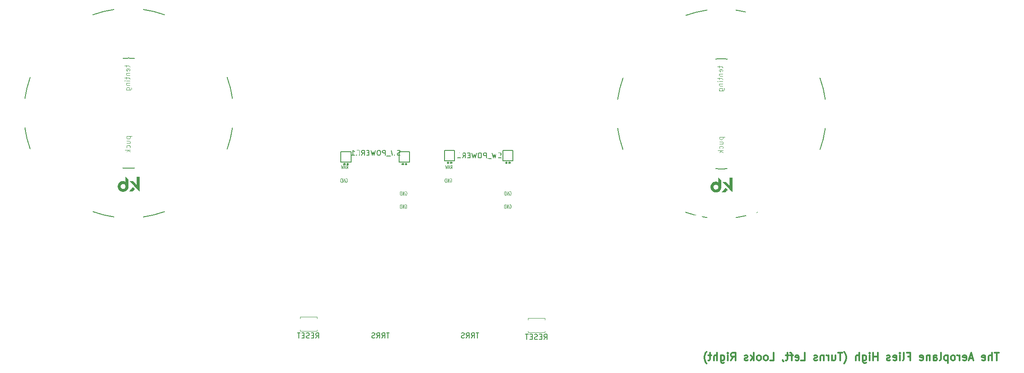
<source format=gbo>
G04 #@! TF.GenerationSoftware,KiCad,Pcbnew,9.0.6*
G04 #@! TF.CreationDate,2025-11-13T20:31:41-08:00*
G04 #@! TF.ProjectId,doktuh-kb,646f6b74-7568-42d6-9b62-2e6b69636164,rev?*
G04 #@! TF.SameCoordinates,Original*
G04 #@! TF.FileFunction,Legend,Bot*
G04 #@! TF.FilePolarity,Positive*
%FSLAX46Y46*%
G04 Gerber Fmt 4.6, Leading zero omitted, Abs format (unit mm)*
G04 Created by KiCad (PCBNEW 9.0.6) date 2025-11-13 20:31:41*
%MOMM*%
%LPD*%
G01*
G04 APERTURE LIST*
G04 Aperture macros list*
%AMHorizOval*
0 Thick line with rounded ends*
0 $1 width*
0 $2 $3 position (X,Y) of the first rounded end (center of the circle)*
0 $4 $5 position (X,Y) of the second rounded end (center of the circle)*
0 Add line between two ends*
20,1,$1,$2,$3,$4,$5,0*
0 Add two circle primitives to create the rounded ends*
1,1,$1,$2,$3*
1,1,$1,$4,$5*%
G04 Aperture macros list end*
%ADD10C,0.300000*%
%ADD11C,0.150000*%
%ADD12C,0.100000*%
%ADD13C,0.125000*%
%ADD14C,0.200000*%
%ADD15C,0.010000*%
%ADD16C,0.120000*%
%ADD17C,1.397000*%
%ADD18O,2.200000X1.600000*%
%ADD19HorizOval,2.400000X-0.669131X-0.743145X0.669131X0.743145X0*%
%ADD20C,2.400000*%
%ADD21O,2.200000X1.500000*%
%ADD22O,2.400000X2.950000*%
%ADD23HorizOval,1.500000X1.449945X0.012653X-1.449945X-0.012653X0*%
%ADD24HorizOval,1.600000X0.259808X-0.150000X-0.259808X0.150000X0*%
%ADD25HorizOval,2.400000X-0.951057X-0.309017X0.951057X0.309017X0*%
%ADD26HorizOval,1.500000X0.303109X-0.175000X-0.303109X0.175000X0*%
%ADD27HorizOval,2.400000X-0.137500X-0.238157X0.137500X0.238157X0*%
%ADD28HorizOval,1.500000X1.262016X-0.714014X-1.262016X0.714014X0*%
%ADD29HorizOval,1.600000X0.289778X-0.077646X-0.289778X0.077646X0*%
%ADD30HorizOval,2.400000X-0.838671X-0.544639X0.838671X0.544639X0*%
%ADD31HorizOval,1.500000X0.338074X-0.090587X-0.338074X0.090587X0*%
%ADD32HorizOval,2.400000X-0.071175X-0.265630X0.071175X0.265630X0*%
%ADD33HorizOval,1.500000X1.403814X-0.363051X-1.403814X0.363051X0*%
%ADD34C,4.400000*%
%ADD35C,1.524000*%
%ADD36C,0.800000*%
%ADD37O,2.000000X1.600000*%
%ADD38HorizOval,1.600000X0.259808X0.150000X-0.259808X-0.150000X0*%
%ADD39HorizOval,2.400000X-0.207912X-0.978148X0.207912X0.978148X0*%
%ADD40HorizOval,1.500000X0.303109X0.175000X-0.303109X-0.175000X0*%
%ADD41HorizOval,2.400000X-0.137500X0.238157X0.137500X-0.238157X0*%
%ADD42HorizOval,1.500000X1.249362X0.735931X-1.249362X-0.735931X0*%
%ADD43HorizOval,1.600000X0.289778X0.077646X-0.289778X-0.077646X0*%
%ADD44HorizOval,2.400000X-0.453990X-0.891007X0.453990X0.891007X0*%
%ADD45HorizOval,1.500000X0.338074X0.090587X-0.338074X-0.090587X0*%
%ADD46HorizOval,2.400000X-0.071175X0.265630X0.071175X-0.265630X0*%
%ADD47HorizOval,1.500000X1.397264X0.387496X-1.397264X-0.387496X0*%
%ADD48C,0.500000*%
%ADD49C,1.000000*%
%ADD50R,0.900000X0.900000*%
%ADD51R,0.900000X1.250000*%
%ADD52R,0.900000X1.700000*%
G04 APERTURE END LIST*
D10*
X262558411Y-122114328D02*
X261701269Y-122114328D01*
X262129840Y-123614328D02*
X262129840Y-122114328D01*
X261201269Y-123614328D02*
X261201269Y-122114328D01*
X260558412Y-123614328D02*
X260558412Y-122828614D01*
X260558412Y-122828614D02*
X260629840Y-122685757D01*
X260629840Y-122685757D02*
X260772697Y-122614328D01*
X260772697Y-122614328D02*
X260986983Y-122614328D01*
X260986983Y-122614328D02*
X261129840Y-122685757D01*
X261129840Y-122685757D02*
X261201269Y-122757185D01*
X259272697Y-123542900D02*
X259415554Y-123614328D01*
X259415554Y-123614328D02*
X259701269Y-123614328D01*
X259701269Y-123614328D02*
X259844126Y-123542900D01*
X259844126Y-123542900D02*
X259915554Y-123400042D01*
X259915554Y-123400042D02*
X259915554Y-122828614D01*
X259915554Y-122828614D02*
X259844126Y-122685757D01*
X259844126Y-122685757D02*
X259701269Y-122614328D01*
X259701269Y-122614328D02*
X259415554Y-122614328D01*
X259415554Y-122614328D02*
X259272697Y-122685757D01*
X259272697Y-122685757D02*
X259201269Y-122828614D01*
X259201269Y-122828614D02*
X259201269Y-122971471D01*
X259201269Y-122971471D02*
X259915554Y-123114328D01*
X257486983Y-123185757D02*
X256772698Y-123185757D01*
X257629840Y-123614328D02*
X257129840Y-122114328D01*
X257129840Y-122114328D02*
X256629840Y-123614328D01*
X255558412Y-123542900D02*
X255701269Y-123614328D01*
X255701269Y-123614328D02*
X255986984Y-123614328D01*
X255986984Y-123614328D02*
X256129841Y-123542900D01*
X256129841Y-123542900D02*
X256201269Y-123400042D01*
X256201269Y-123400042D02*
X256201269Y-122828614D01*
X256201269Y-122828614D02*
X256129841Y-122685757D01*
X256129841Y-122685757D02*
X255986984Y-122614328D01*
X255986984Y-122614328D02*
X255701269Y-122614328D01*
X255701269Y-122614328D02*
X255558412Y-122685757D01*
X255558412Y-122685757D02*
X255486984Y-122828614D01*
X255486984Y-122828614D02*
X255486984Y-122971471D01*
X255486984Y-122971471D02*
X256201269Y-123114328D01*
X254844127Y-123614328D02*
X254844127Y-122614328D01*
X254844127Y-122900042D02*
X254772698Y-122757185D01*
X254772698Y-122757185D02*
X254701270Y-122685757D01*
X254701270Y-122685757D02*
X254558412Y-122614328D01*
X254558412Y-122614328D02*
X254415555Y-122614328D01*
X253701270Y-123614328D02*
X253844127Y-123542900D01*
X253844127Y-123542900D02*
X253915556Y-123471471D01*
X253915556Y-123471471D02*
X253986984Y-123328614D01*
X253986984Y-123328614D02*
X253986984Y-122900042D01*
X253986984Y-122900042D02*
X253915556Y-122757185D01*
X253915556Y-122757185D02*
X253844127Y-122685757D01*
X253844127Y-122685757D02*
X253701270Y-122614328D01*
X253701270Y-122614328D02*
X253486984Y-122614328D01*
X253486984Y-122614328D02*
X253344127Y-122685757D01*
X253344127Y-122685757D02*
X253272699Y-122757185D01*
X253272699Y-122757185D02*
X253201270Y-122900042D01*
X253201270Y-122900042D02*
X253201270Y-123328614D01*
X253201270Y-123328614D02*
X253272699Y-123471471D01*
X253272699Y-123471471D02*
X253344127Y-123542900D01*
X253344127Y-123542900D02*
X253486984Y-123614328D01*
X253486984Y-123614328D02*
X253701270Y-123614328D01*
X252558413Y-122614328D02*
X252558413Y-124114328D01*
X252558413Y-122685757D02*
X252415556Y-122614328D01*
X252415556Y-122614328D02*
X252129841Y-122614328D01*
X252129841Y-122614328D02*
X251986984Y-122685757D01*
X251986984Y-122685757D02*
X251915556Y-122757185D01*
X251915556Y-122757185D02*
X251844127Y-122900042D01*
X251844127Y-122900042D02*
X251844127Y-123328614D01*
X251844127Y-123328614D02*
X251915556Y-123471471D01*
X251915556Y-123471471D02*
X251986984Y-123542900D01*
X251986984Y-123542900D02*
X252129841Y-123614328D01*
X252129841Y-123614328D02*
X252415556Y-123614328D01*
X252415556Y-123614328D02*
X252558413Y-123542900D01*
X250986984Y-123614328D02*
X251129841Y-123542900D01*
X251129841Y-123542900D02*
X251201270Y-123400042D01*
X251201270Y-123400042D02*
X251201270Y-122114328D01*
X249772699Y-123614328D02*
X249772699Y-122828614D01*
X249772699Y-122828614D02*
X249844127Y-122685757D01*
X249844127Y-122685757D02*
X249986984Y-122614328D01*
X249986984Y-122614328D02*
X250272699Y-122614328D01*
X250272699Y-122614328D02*
X250415556Y-122685757D01*
X249772699Y-123542900D02*
X249915556Y-123614328D01*
X249915556Y-123614328D02*
X250272699Y-123614328D01*
X250272699Y-123614328D02*
X250415556Y-123542900D01*
X250415556Y-123542900D02*
X250486984Y-123400042D01*
X250486984Y-123400042D02*
X250486984Y-123257185D01*
X250486984Y-123257185D02*
X250415556Y-123114328D01*
X250415556Y-123114328D02*
X250272699Y-123042900D01*
X250272699Y-123042900D02*
X249915556Y-123042900D01*
X249915556Y-123042900D02*
X249772699Y-122971471D01*
X249058413Y-122614328D02*
X249058413Y-123614328D01*
X249058413Y-122757185D02*
X248986984Y-122685757D01*
X248986984Y-122685757D02*
X248844127Y-122614328D01*
X248844127Y-122614328D02*
X248629841Y-122614328D01*
X248629841Y-122614328D02*
X248486984Y-122685757D01*
X248486984Y-122685757D02*
X248415556Y-122828614D01*
X248415556Y-122828614D02*
X248415556Y-123614328D01*
X247129841Y-123542900D02*
X247272698Y-123614328D01*
X247272698Y-123614328D02*
X247558413Y-123614328D01*
X247558413Y-123614328D02*
X247701270Y-123542900D01*
X247701270Y-123542900D02*
X247772698Y-123400042D01*
X247772698Y-123400042D02*
X247772698Y-122828614D01*
X247772698Y-122828614D02*
X247701270Y-122685757D01*
X247701270Y-122685757D02*
X247558413Y-122614328D01*
X247558413Y-122614328D02*
X247272698Y-122614328D01*
X247272698Y-122614328D02*
X247129841Y-122685757D01*
X247129841Y-122685757D02*
X247058413Y-122828614D01*
X247058413Y-122828614D02*
X247058413Y-122971471D01*
X247058413Y-122971471D02*
X247772698Y-123114328D01*
X244772699Y-122828614D02*
X245272699Y-122828614D01*
X245272699Y-123614328D02*
X245272699Y-122114328D01*
X245272699Y-122114328D02*
X244558413Y-122114328D01*
X243772699Y-123614328D02*
X243915556Y-123542900D01*
X243915556Y-123542900D02*
X243986985Y-123400042D01*
X243986985Y-123400042D02*
X243986985Y-122114328D01*
X243201271Y-123614328D02*
X243201271Y-122614328D01*
X243201271Y-122114328D02*
X243272699Y-122185757D01*
X243272699Y-122185757D02*
X243201271Y-122257185D01*
X243201271Y-122257185D02*
X243129842Y-122185757D01*
X243129842Y-122185757D02*
X243201271Y-122114328D01*
X243201271Y-122114328D02*
X243201271Y-122257185D01*
X241915556Y-123542900D02*
X242058413Y-123614328D01*
X242058413Y-123614328D02*
X242344128Y-123614328D01*
X242344128Y-123614328D02*
X242486985Y-123542900D01*
X242486985Y-123542900D02*
X242558413Y-123400042D01*
X242558413Y-123400042D02*
X242558413Y-122828614D01*
X242558413Y-122828614D02*
X242486985Y-122685757D01*
X242486985Y-122685757D02*
X242344128Y-122614328D01*
X242344128Y-122614328D02*
X242058413Y-122614328D01*
X242058413Y-122614328D02*
X241915556Y-122685757D01*
X241915556Y-122685757D02*
X241844128Y-122828614D01*
X241844128Y-122828614D02*
X241844128Y-122971471D01*
X241844128Y-122971471D02*
X242558413Y-123114328D01*
X241272699Y-123542900D02*
X241129842Y-123614328D01*
X241129842Y-123614328D02*
X240844128Y-123614328D01*
X240844128Y-123614328D02*
X240701271Y-123542900D01*
X240701271Y-123542900D02*
X240629842Y-123400042D01*
X240629842Y-123400042D02*
X240629842Y-123328614D01*
X240629842Y-123328614D02*
X240701271Y-123185757D01*
X240701271Y-123185757D02*
X240844128Y-123114328D01*
X240844128Y-123114328D02*
X241058414Y-123114328D01*
X241058414Y-123114328D02*
X241201271Y-123042900D01*
X241201271Y-123042900D02*
X241272699Y-122900042D01*
X241272699Y-122900042D02*
X241272699Y-122828614D01*
X241272699Y-122828614D02*
X241201271Y-122685757D01*
X241201271Y-122685757D02*
X241058414Y-122614328D01*
X241058414Y-122614328D02*
X240844128Y-122614328D01*
X240844128Y-122614328D02*
X240701271Y-122685757D01*
X238844128Y-123614328D02*
X238844128Y-122114328D01*
X238844128Y-122828614D02*
X237986985Y-122828614D01*
X237986985Y-123614328D02*
X237986985Y-122114328D01*
X237272699Y-123614328D02*
X237272699Y-122614328D01*
X237272699Y-122114328D02*
X237344127Y-122185757D01*
X237344127Y-122185757D02*
X237272699Y-122257185D01*
X237272699Y-122257185D02*
X237201270Y-122185757D01*
X237201270Y-122185757D02*
X237272699Y-122114328D01*
X237272699Y-122114328D02*
X237272699Y-122257185D01*
X235915556Y-122614328D02*
X235915556Y-123828614D01*
X235915556Y-123828614D02*
X235986984Y-123971471D01*
X235986984Y-123971471D02*
X236058413Y-124042900D01*
X236058413Y-124042900D02*
X236201270Y-124114328D01*
X236201270Y-124114328D02*
X236415556Y-124114328D01*
X236415556Y-124114328D02*
X236558413Y-124042900D01*
X235915556Y-123542900D02*
X236058413Y-123614328D01*
X236058413Y-123614328D02*
X236344127Y-123614328D01*
X236344127Y-123614328D02*
X236486984Y-123542900D01*
X236486984Y-123542900D02*
X236558413Y-123471471D01*
X236558413Y-123471471D02*
X236629841Y-123328614D01*
X236629841Y-123328614D02*
X236629841Y-122900042D01*
X236629841Y-122900042D02*
X236558413Y-122757185D01*
X236558413Y-122757185D02*
X236486984Y-122685757D01*
X236486984Y-122685757D02*
X236344127Y-122614328D01*
X236344127Y-122614328D02*
X236058413Y-122614328D01*
X236058413Y-122614328D02*
X235915556Y-122685757D01*
X235201270Y-123614328D02*
X235201270Y-122114328D01*
X234558413Y-123614328D02*
X234558413Y-122828614D01*
X234558413Y-122828614D02*
X234629841Y-122685757D01*
X234629841Y-122685757D02*
X234772698Y-122614328D01*
X234772698Y-122614328D02*
X234986984Y-122614328D01*
X234986984Y-122614328D02*
X235129841Y-122685757D01*
X235129841Y-122685757D02*
X235201270Y-122757185D01*
X232272698Y-124185757D02*
X232344127Y-124114328D01*
X232344127Y-124114328D02*
X232486984Y-123900042D01*
X232486984Y-123900042D02*
X232558413Y-123757185D01*
X232558413Y-123757185D02*
X232629841Y-123542900D01*
X232629841Y-123542900D02*
X232701270Y-123185757D01*
X232701270Y-123185757D02*
X232701270Y-122900042D01*
X232701270Y-122900042D02*
X232629841Y-122542900D01*
X232629841Y-122542900D02*
X232558413Y-122328614D01*
X232558413Y-122328614D02*
X232486984Y-122185757D01*
X232486984Y-122185757D02*
X232344127Y-121971471D01*
X232344127Y-121971471D02*
X232272698Y-121900042D01*
X231915555Y-122114328D02*
X231058413Y-122114328D01*
X231486984Y-123614328D02*
X231486984Y-122114328D01*
X229915556Y-122614328D02*
X229915556Y-123614328D01*
X230558413Y-122614328D02*
X230558413Y-123400042D01*
X230558413Y-123400042D02*
X230486984Y-123542900D01*
X230486984Y-123542900D02*
X230344127Y-123614328D01*
X230344127Y-123614328D02*
X230129841Y-123614328D01*
X230129841Y-123614328D02*
X229986984Y-123542900D01*
X229986984Y-123542900D02*
X229915556Y-123471471D01*
X229201270Y-123614328D02*
X229201270Y-122614328D01*
X229201270Y-122900042D02*
X229129841Y-122757185D01*
X229129841Y-122757185D02*
X229058413Y-122685757D01*
X229058413Y-122685757D02*
X228915555Y-122614328D01*
X228915555Y-122614328D02*
X228772698Y-122614328D01*
X228272699Y-122614328D02*
X228272699Y-123614328D01*
X228272699Y-122757185D02*
X228201270Y-122685757D01*
X228201270Y-122685757D02*
X228058413Y-122614328D01*
X228058413Y-122614328D02*
X227844127Y-122614328D01*
X227844127Y-122614328D02*
X227701270Y-122685757D01*
X227701270Y-122685757D02*
X227629842Y-122828614D01*
X227629842Y-122828614D02*
X227629842Y-123614328D01*
X226986984Y-123542900D02*
X226844127Y-123614328D01*
X226844127Y-123614328D02*
X226558413Y-123614328D01*
X226558413Y-123614328D02*
X226415556Y-123542900D01*
X226415556Y-123542900D02*
X226344127Y-123400042D01*
X226344127Y-123400042D02*
X226344127Y-123328614D01*
X226344127Y-123328614D02*
X226415556Y-123185757D01*
X226415556Y-123185757D02*
X226558413Y-123114328D01*
X226558413Y-123114328D02*
X226772699Y-123114328D01*
X226772699Y-123114328D02*
X226915556Y-123042900D01*
X226915556Y-123042900D02*
X226986984Y-122900042D01*
X226986984Y-122900042D02*
X226986984Y-122828614D01*
X226986984Y-122828614D02*
X226915556Y-122685757D01*
X226915556Y-122685757D02*
X226772699Y-122614328D01*
X226772699Y-122614328D02*
X226558413Y-122614328D01*
X226558413Y-122614328D02*
X226415556Y-122685757D01*
X223844127Y-123614328D02*
X224558413Y-123614328D01*
X224558413Y-123614328D02*
X224558413Y-122114328D01*
X222772698Y-123542900D02*
X222915555Y-123614328D01*
X222915555Y-123614328D02*
X223201270Y-123614328D01*
X223201270Y-123614328D02*
X223344127Y-123542900D01*
X223344127Y-123542900D02*
X223415555Y-123400042D01*
X223415555Y-123400042D02*
X223415555Y-122828614D01*
X223415555Y-122828614D02*
X223344127Y-122685757D01*
X223344127Y-122685757D02*
X223201270Y-122614328D01*
X223201270Y-122614328D02*
X222915555Y-122614328D01*
X222915555Y-122614328D02*
X222772698Y-122685757D01*
X222772698Y-122685757D02*
X222701270Y-122828614D01*
X222701270Y-122828614D02*
X222701270Y-122971471D01*
X222701270Y-122971471D02*
X223415555Y-123114328D01*
X222272698Y-122614328D02*
X221701270Y-122614328D01*
X222058413Y-123614328D02*
X222058413Y-122328614D01*
X222058413Y-122328614D02*
X221986984Y-122185757D01*
X221986984Y-122185757D02*
X221844127Y-122114328D01*
X221844127Y-122114328D02*
X221701270Y-122114328D01*
X221415555Y-122614328D02*
X220844127Y-122614328D01*
X221201270Y-122114328D02*
X221201270Y-123400042D01*
X221201270Y-123400042D02*
X221129841Y-123542900D01*
X221129841Y-123542900D02*
X220986984Y-123614328D01*
X220986984Y-123614328D02*
X220844127Y-123614328D01*
X220272698Y-123542900D02*
X220272698Y-123614328D01*
X220272698Y-123614328D02*
X220344127Y-123757185D01*
X220344127Y-123757185D02*
X220415555Y-123828614D01*
X217772698Y-123614328D02*
X218486984Y-123614328D01*
X218486984Y-123614328D02*
X218486984Y-122114328D01*
X217058412Y-123614328D02*
X217201269Y-123542900D01*
X217201269Y-123542900D02*
X217272698Y-123471471D01*
X217272698Y-123471471D02*
X217344126Y-123328614D01*
X217344126Y-123328614D02*
X217344126Y-122900042D01*
X217344126Y-122900042D02*
X217272698Y-122757185D01*
X217272698Y-122757185D02*
X217201269Y-122685757D01*
X217201269Y-122685757D02*
X217058412Y-122614328D01*
X217058412Y-122614328D02*
X216844126Y-122614328D01*
X216844126Y-122614328D02*
X216701269Y-122685757D01*
X216701269Y-122685757D02*
X216629841Y-122757185D01*
X216629841Y-122757185D02*
X216558412Y-122900042D01*
X216558412Y-122900042D02*
X216558412Y-123328614D01*
X216558412Y-123328614D02*
X216629841Y-123471471D01*
X216629841Y-123471471D02*
X216701269Y-123542900D01*
X216701269Y-123542900D02*
X216844126Y-123614328D01*
X216844126Y-123614328D02*
X217058412Y-123614328D01*
X215701269Y-123614328D02*
X215844126Y-123542900D01*
X215844126Y-123542900D02*
X215915555Y-123471471D01*
X215915555Y-123471471D02*
X215986983Y-123328614D01*
X215986983Y-123328614D02*
X215986983Y-122900042D01*
X215986983Y-122900042D02*
X215915555Y-122757185D01*
X215915555Y-122757185D02*
X215844126Y-122685757D01*
X215844126Y-122685757D02*
X215701269Y-122614328D01*
X215701269Y-122614328D02*
X215486983Y-122614328D01*
X215486983Y-122614328D02*
X215344126Y-122685757D01*
X215344126Y-122685757D02*
X215272698Y-122757185D01*
X215272698Y-122757185D02*
X215201269Y-122900042D01*
X215201269Y-122900042D02*
X215201269Y-123328614D01*
X215201269Y-123328614D02*
X215272698Y-123471471D01*
X215272698Y-123471471D02*
X215344126Y-123542900D01*
X215344126Y-123542900D02*
X215486983Y-123614328D01*
X215486983Y-123614328D02*
X215701269Y-123614328D01*
X214558412Y-123614328D02*
X214558412Y-122114328D01*
X214415555Y-123042900D02*
X213986983Y-123614328D01*
X213986983Y-122614328D02*
X214558412Y-123185757D01*
X213415554Y-123542900D02*
X213272697Y-123614328D01*
X213272697Y-123614328D02*
X212986983Y-123614328D01*
X212986983Y-123614328D02*
X212844126Y-123542900D01*
X212844126Y-123542900D02*
X212772697Y-123400042D01*
X212772697Y-123400042D02*
X212772697Y-123328614D01*
X212772697Y-123328614D02*
X212844126Y-123185757D01*
X212844126Y-123185757D02*
X212986983Y-123114328D01*
X212986983Y-123114328D02*
X213201269Y-123114328D01*
X213201269Y-123114328D02*
X213344126Y-123042900D01*
X213344126Y-123042900D02*
X213415554Y-122900042D01*
X213415554Y-122900042D02*
X213415554Y-122828614D01*
X213415554Y-122828614D02*
X213344126Y-122685757D01*
X213344126Y-122685757D02*
X213201269Y-122614328D01*
X213201269Y-122614328D02*
X212986983Y-122614328D01*
X212986983Y-122614328D02*
X212844126Y-122685757D01*
X210129840Y-123614328D02*
X210629840Y-122900042D01*
X210986983Y-123614328D02*
X210986983Y-122114328D01*
X210986983Y-122114328D02*
X210415554Y-122114328D01*
X210415554Y-122114328D02*
X210272697Y-122185757D01*
X210272697Y-122185757D02*
X210201268Y-122257185D01*
X210201268Y-122257185D02*
X210129840Y-122400042D01*
X210129840Y-122400042D02*
X210129840Y-122614328D01*
X210129840Y-122614328D02*
X210201268Y-122757185D01*
X210201268Y-122757185D02*
X210272697Y-122828614D01*
X210272697Y-122828614D02*
X210415554Y-122900042D01*
X210415554Y-122900042D02*
X210986983Y-122900042D01*
X209486983Y-123614328D02*
X209486983Y-122614328D01*
X209486983Y-122114328D02*
X209558411Y-122185757D01*
X209558411Y-122185757D02*
X209486983Y-122257185D01*
X209486983Y-122257185D02*
X209415554Y-122185757D01*
X209415554Y-122185757D02*
X209486983Y-122114328D01*
X209486983Y-122114328D02*
X209486983Y-122257185D01*
X208129840Y-122614328D02*
X208129840Y-123828614D01*
X208129840Y-123828614D02*
X208201268Y-123971471D01*
X208201268Y-123971471D02*
X208272697Y-124042900D01*
X208272697Y-124042900D02*
X208415554Y-124114328D01*
X208415554Y-124114328D02*
X208629840Y-124114328D01*
X208629840Y-124114328D02*
X208772697Y-124042900D01*
X208129840Y-123542900D02*
X208272697Y-123614328D01*
X208272697Y-123614328D02*
X208558411Y-123614328D01*
X208558411Y-123614328D02*
X208701268Y-123542900D01*
X208701268Y-123542900D02*
X208772697Y-123471471D01*
X208772697Y-123471471D02*
X208844125Y-123328614D01*
X208844125Y-123328614D02*
X208844125Y-122900042D01*
X208844125Y-122900042D02*
X208772697Y-122757185D01*
X208772697Y-122757185D02*
X208701268Y-122685757D01*
X208701268Y-122685757D02*
X208558411Y-122614328D01*
X208558411Y-122614328D02*
X208272697Y-122614328D01*
X208272697Y-122614328D02*
X208129840Y-122685757D01*
X207415554Y-123614328D02*
X207415554Y-122114328D01*
X206772697Y-123614328D02*
X206772697Y-122828614D01*
X206772697Y-122828614D02*
X206844125Y-122685757D01*
X206844125Y-122685757D02*
X206986982Y-122614328D01*
X206986982Y-122614328D02*
X207201268Y-122614328D01*
X207201268Y-122614328D02*
X207344125Y-122685757D01*
X207344125Y-122685757D02*
X207415554Y-122757185D01*
X206272696Y-122614328D02*
X205701268Y-122614328D01*
X206058411Y-122114328D02*
X206058411Y-123400042D01*
X206058411Y-123400042D02*
X205986982Y-123542900D01*
X205986982Y-123542900D02*
X205844125Y-123614328D01*
X205844125Y-123614328D02*
X205701268Y-123614328D01*
X205344125Y-124185757D02*
X205272696Y-124114328D01*
X205272696Y-124114328D02*
X205129839Y-123900042D01*
X205129839Y-123900042D02*
X205058411Y-123757185D01*
X205058411Y-123757185D02*
X204986982Y-123542900D01*
X204986982Y-123542900D02*
X204915553Y-123185757D01*
X204915553Y-123185757D02*
X204915553Y-122900042D01*
X204915553Y-122900042D02*
X204986982Y-122542900D01*
X204986982Y-122542900D02*
X205058411Y-122328614D01*
X205058411Y-122328614D02*
X205129839Y-122185757D01*
X205129839Y-122185757D02*
X205272696Y-121971471D01*
X205272696Y-121971471D02*
X205344125Y-121900042D01*
D11*
X146499642Y-84942418D02*
X146499642Y-85135942D01*
X146693166Y-85058533D02*
X146499642Y-85135942D01*
X146499642Y-85135942D02*
X146306119Y-85058533D01*
X146615757Y-85290761D02*
X146499642Y-85135942D01*
X146499642Y-85135942D02*
X146383528Y-85290761D01*
X145880366Y-84942418D02*
X145880366Y-85135942D01*
X146073890Y-85058533D02*
X145880366Y-85135942D01*
X145880366Y-85135942D02*
X145686843Y-85058533D01*
X145996481Y-85290761D02*
X145880366Y-85135942D01*
X145880366Y-85135942D02*
X145764252Y-85290761D01*
X135069642Y-84942418D02*
X135069642Y-85135942D01*
X135263166Y-85058533D02*
X135069642Y-85135942D01*
X135069642Y-85135942D02*
X134876119Y-85058533D01*
X135185757Y-85290761D02*
X135069642Y-85135942D01*
X135069642Y-85135942D02*
X134953528Y-85290761D01*
X134450366Y-84942418D02*
X134450366Y-85135942D01*
X134643890Y-85058533D02*
X134450366Y-85135942D01*
X134450366Y-85135942D02*
X134256843Y-85058533D01*
X134566481Y-85290761D02*
X134450366Y-85135942D01*
X134450366Y-85135942D02*
X134334252Y-85290761D01*
D12*
X91738752Y-65762500D02*
X91738752Y-66143452D01*
X91405419Y-65905357D02*
X92262561Y-65905357D01*
X92262561Y-65905357D02*
X92357800Y-65952976D01*
X92357800Y-65952976D02*
X92405419Y-66048214D01*
X92405419Y-66048214D02*
X92405419Y-66143452D01*
X92357800Y-66857738D02*
X92405419Y-66762500D01*
X92405419Y-66762500D02*
X92405419Y-66572024D01*
X92405419Y-66572024D02*
X92357800Y-66476786D01*
X92357800Y-66476786D02*
X92262561Y-66429167D01*
X92262561Y-66429167D02*
X91881609Y-66429167D01*
X91881609Y-66429167D02*
X91786371Y-66476786D01*
X91786371Y-66476786D02*
X91738752Y-66572024D01*
X91738752Y-66572024D02*
X91738752Y-66762500D01*
X91738752Y-66762500D02*
X91786371Y-66857738D01*
X91786371Y-66857738D02*
X91881609Y-66905357D01*
X91881609Y-66905357D02*
X91976847Y-66905357D01*
X91976847Y-66905357D02*
X92072085Y-66429167D01*
X91738752Y-67333929D02*
X92405419Y-67333929D01*
X91833990Y-67333929D02*
X91786371Y-67381548D01*
X91786371Y-67381548D02*
X91738752Y-67476786D01*
X91738752Y-67476786D02*
X91738752Y-67619643D01*
X91738752Y-67619643D02*
X91786371Y-67714881D01*
X91786371Y-67714881D02*
X91881609Y-67762500D01*
X91881609Y-67762500D02*
X92405419Y-67762500D01*
X91738752Y-68095834D02*
X91738752Y-68476786D01*
X91405419Y-68238691D02*
X92262561Y-68238691D01*
X92262561Y-68238691D02*
X92357800Y-68286310D01*
X92357800Y-68286310D02*
X92405419Y-68381548D01*
X92405419Y-68381548D02*
X92405419Y-68476786D01*
X92405419Y-68810120D02*
X91738752Y-68810120D01*
X91405419Y-68810120D02*
X91453038Y-68762501D01*
X91453038Y-68762501D02*
X91500657Y-68810120D01*
X91500657Y-68810120D02*
X91453038Y-68857739D01*
X91453038Y-68857739D02*
X91405419Y-68810120D01*
X91405419Y-68810120D02*
X91500657Y-68810120D01*
X91738752Y-69286310D02*
X92405419Y-69286310D01*
X91833990Y-69286310D02*
X91786371Y-69333929D01*
X91786371Y-69333929D02*
X91738752Y-69429167D01*
X91738752Y-69429167D02*
X91738752Y-69572024D01*
X91738752Y-69572024D02*
X91786371Y-69667262D01*
X91786371Y-69667262D02*
X91881609Y-69714881D01*
X91881609Y-69714881D02*
X92405419Y-69714881D01*
X91738752Y-70619643D02*
X92548276Y-70619643D01*
X92548276Y-70619643D02*
X92643514Y-70572024D01*
X92643514Y-70572024D02*
X92691133Y-70524405D01*
X92691133Y-70524405D02*
X92738752Y-70429167D01*
X92738752Y-70429167D02*
X92738752Y-70286310D01*
X92738752Y-70286310D02*
X92691133Y-70191072D01*
X92357800Y-70619643D02*
X92405419Y-70524405D01*
X92405419Y-70524405D02*
X92405419Y-70333929D01*
X92405419Y-70333929D02*
X92357800Y-70238691D01*
X92357800Y-70238691D02*
X92310180Y-70191072D01*
X92310180Y-70191072D02*
X92214942Y-70143453D01*
X92214942Y-70143453D02*
X91929228Y-70143453D01*
X91929228Y-70143453D02*
X91833990Y-70191072D01*
X91833990Y-70191072D02*
X91786371Y-70238691D01*
X91786371Y-70238691D02*
X91738752Y-70333929D01*
X91738752Y-70333929D02*
X91738752Y-70524405D01*
X91738752Y-70524405D02*
X91786371Y-70619643D01*
X91802252Y-79716500D02*
X92802252Y-79716500D01*
X91849871Y-79716500D02*
X91802252Y-79811738D01*
X91802252Y-79811738D02*
X91802252Y-80002214D01*
X91802252Y-80002214D02*
X91849871Y-80097452D01*
X91849871Y-80097452D02*
X91897490Y-80145071D01*
X91897490Y-80145071D02*
X91992728Y-80192690D01*
X91992728Y-80192690D02*
X92278442Y-80192690D01*
X92278442Y-80192690D02*
X92373680Y-80145071D01*
X92373680Y-80145071D02*
X92421300Y-80097452D01*
X92421300Y-80097452D02*
X92468919Y-80002214D01*
X92468919Y-80002214D02*
X92468919Y-79811738D01*
X92468919Y-79811738D02*
X92421300Y-79716500D01*
X91802252Y-81049833D02*
X92468919Y-81049833D01*
X91802252Y-80621262D02*
X92326061Y-80621262D01*
X92326061Y-80621262D02*
X92421300Y-80668881D01*
X92421300Y-80668881D02*
X92468919Y-80764119D01*
X92468919Y-80764119D02*
X92468919Y-80906976D01*
X92468919Y-80906976D02*
X92421300Y-81002214D01*
X92421300Y-81002214D02*
X92373680Y-81049833D01*
X92421300Y-81954595D02*
X92468919Y-81859357D01*
X92468919Y-81859357D02*
X92468919Y-81668881D01*
X92468919Y-81668881D02*
X92421300Y-81573643D01*
X92421300Y-81573643D02*
X92373680Y-81526024D01*
X92373680Y-81526024D02*
X92278442Y-81478405D01*
X92278442Y-81478405D02*
X91992728Y-81478405D01*
X91992728Y-81478405D02*
X91897490Y-81526024D01*
X91897490Y-81526024D02*
X91849871Y-81573643D01*
X91849871Y-81573643D02*
X91802252Y-81668881D01*
X91802252Y-81668881D02*
X91802252Y-81859357D01*
X91802252Y-81859357D02*
X91849871Y-81954595D01*
X92468919Y-82383167D02*
X91468919Y-82383167D01*
X92087966Y-82478405D02*
X92468919Y-82764119D01*
X91802252Y-82764119D02*
X92183204Y-82383167D01*
D11*
X128846381Y-119242819D02*
X129179714Y-118766628D01*
X129417809Y-119242819D02*
X129417809Y-118242819D01*
X129417809Y-118242819D02*
X129036857Y-118242819D01*
X129036857Y-118242819D02*
X128941619Y-118290438D01*
X128941619Y-118290438D02*
X128894000Y-118338057D01*
X128894000Y-118338057D02*
X128846381Y-118433295D01*
X128846381Y-118433295D02*
X128846381Y-118576152D01*
X128846381Y-118576152D02*
X128894000Y-118671390D01*
X128894000Y-118671390D02*
X128941619Y-118719009D01*
X128941619Y-118719009D02*
X129036857Y-118766628D01*
X129036857Y-118766628D02*
X129417809Y-118766628D01*
X128417809Y-118719009D02*
X128084476Y-118719009D01*
X127941619Y-119242819D02*
X128417809Y-119242819D01*
X128417809Y-119242819D02*
X128417809Y-118242819D01*
X128417809Y-118242819D02*
X127941619Y-118242819D01*
X127560666Y-119195200D02*
X127417809Y-119242819D01*
X127417809Y-119242819D02*
X127179714Y-119242819D01*
X127179714Y-119242819D02*
X127084476Y-119195200D01*
X127084476Y-119195200D02*
X127036857Y-119147580D01*
X127036857Y-119147580D02*
X126989238Y-119052342D01*
X126989238Y-119052342D02*
X126989238Y-118957104D01*
X126989238Y-118957104D02*
X127036857Y-118861866D01*
X127036857Y-118861866D02*
X127084476Y-118814247D01*
X127084476Y-118814247D02*
X127179714Y-118766628D01*
X127179714Y-118766628D02*
X127370190Y-118719009D01*
X127370190Y-118719009D02*
X127465428Y-118671390D01*
X127465428Y-118671390D02*
X127513047Y-118623771D01*
X127513047Y-118623771D02*
X127560666Y-118528533D01*
X127560666Y-118528533D02*
X127560666Y-118433295D01*
X127560666Y-118433295D02*
X127513047Y-118338057D01*
X127513047Y-118338057D02*
X127465428Y-118290438D01*
X127465428Y-118290438D02*
X127370190Y-118242819D01*
X127370190Y-118242819D02*
X127132095Y-118242819D01*
X127132095Y-118242819D02*
X126989238Y-118290438D01*
X126560666Y-118719009D02*
X126227333Y-118719009D01*
X126084476Y-119242819D02*
X126560666Y-119242819D01*
X126560666Y-119242819D02*
X126560666Y-118242819D01*
X126560666Y-118242819D02*
X126084476Y-118242819D01*
X125798761Y-118242819D02*
X125227333Y-118242819D01*
X125513047Y-119242819D02*
X125513047Y-118242819D01*
D13*
X146334952Y-93102178D02*
X146382571Y-93066464D01*
X146382571Y-93066464D02*
X146454000Y-93066464D01*
X146454000Y-93066464D02*
X146525428Y-93102178D01*
X146525428Y-93102178D02*
X146573047Y-93173607D01*
X146573047Y-93173607D02*
X146596857Y-93245035D01*
X146596857Y-93245035D02*
X146620666Y-93387892D01*
X146620666Y-93387892D02*
X146620666Y-93495035D01*
X146620666Y-93495035D02*
X146596857Y-93637892D01*
X146596857Y-93637892D02*
X146573047Y-93709321D01*
X146573047Y-93709321D02*
X146525428Y-93780750D01*
X146525428Y-93780750D02*
X146454000Y-93816464D01*
X146454000Y-93816464D02*
X146406381Y-93816464D01*
X146406381Y-93816464D02*
X146334952Y-93780750D01*
X146334952Y-93780750D02*
X146311143Y-93745035D01*
X146311143Y-93745035D02*
X146311143Y-93495035D01*
X146311143Y-93495035D02*
X146406381Y-93495035D01*
X146096857Y-93816464D02*
X146096857Y-93066464D01*
X146096857Y-93066464D02*
X145811143Y-93816464D01*
X145811143Y-93816464D02*
X145811143Y-93066464D01*
X145573047Y-93816464D02*
X145573047Y-93066464D01*
X145573047Y-93066464D02*
X145453999Y-93066464D01*
X145453999Y-93066464D02*
X145382571Y-93102178D01*
X145382571Y-93102178D02*
X145334952Y-93173607D01*
X145334952Y-93173607D02*
X145311142Y-93245035D01*
X145311142Y-93245035D02*
X145287333Y-93387892D01*
X145287333Y-93387892D02*
X145287333Y-93495035D01*
X145287333Y-93495035D02*
X145311142Y-93637892D01*
X145311142Y-93637892D02*
X145334952Y-93709321D01*
X145334952Y-93709321D02*
X145382571Y-93780750D01*
X145382571Y-93780750D02*
X145453999Y-93816464D01*
X145453999Y-93816464D02*
X145573047Y-93816464D01*
X134799238Y-86066464D02*
X134965904Y-85709321D01*
X135084952Y-86066464D02*
X135084952Y-85316464D01*
X135084952Y-85316464D02*
X134894476Y-85316464D01*
X134894476Y-85316464D02*
X134846857Y-85352178D01*
X134846857Y-85352178D02*
X134823047Y-85387892D01*
X134823047Y-85387892D02*
X134799238Y-85459321D01*
X134799238Y-85459321D02*
X134799238Y-85566464D01*
X134799238Y-85566464D02*
X134823047Y-85637892D01*
X134823047Y-85637892D02*
X134846857Y-85673607D01*
X134846857Y-85673607D02*
X134894476Y-85709321D01*
X134894476Y-85709321D02*
X135084952Y-85709321D01*
X134608761Y-85852178D02*
X134370666Y-85852178D01*
X134656380Y-86066464D02*
X134489714Y-85316464D01*
X134489714Y-85316464D02*
X134323047Y-86066464D01*
X134204000Y-85316464D02*
X134084952Y-86066464D01*
X134084952Y-86066464D02*
X133989714Y-85530750D01*
X133989714Y-85530750D02*
X133894476Y-86066464D01*
X133894476Y-86066464D02*
X133775429Y-85316464D01*
X134704952Y-87992178D02*
X134752571Y-87956464D01*
X134752571Y-87956464D02*
X134824000Y-87956464D01*
X134824000Y-87956464D02*
X134895428Y-87992178D01*
X134895428Y-87992178D02*
X134943047Y-88063607D01*
X134943047Y-88063607D02*
X134966857Y-88135035D01*
X134966857Y-88135035D02*
X134990666Y-88277892D01*
X134990666Y-88277892D02*
X134990666Y-88385035D01*
X134990666Y-88385035D02*
X134966857Y-88527892D01*
X134966857Y-88527892D02*
X134943047Y-88599321D01*
X134943047Y-88599321D02*
X134895428Y-88670750D01*
X134895428Y-88670750D02*
X134824000Y-88706464D01*
X134824000Y-88706464D02*
X134776381Y-88706464D01*
X134776381Y-88706464D02*
X134704952Y-88670750D01*
X134704952Y-88670750D02*
X134681143Y-88635035D01*
X134681143Y-88635035D02*
X134681143Y-88385035D01*
X134681143Y-88385035D02*
X134776381Y-88385035D01*
X134466857Y-88706464D02*
X134466857Y-87956464D01*
X134466857Y-87956464D02*
X134181143Y-88706464D01*
X134181143Y-88706464D02*
X134181143Y-87956464D01*
X133943047Y-88706464D02*
X133943047Y-87956464D01*
X133943047Y-87956464D02*
X133823999Y-87956464D01*
X133823999Y-87956464D02*
X133752571Y-87992178D01*
X133752571Y-87992178D02*
X133704952Y-88063607D01*
X133704952Y-88063607D02*
X133681142Y-88135035D01*
X133681142Y-88135035D02*
X133657333Y-88277892D01*
X133657333Y-88277892D02*
X133657333Y-88385035D01*
X133657333Y-88385035D02*
X133681142Y-88527892D01*
X133681142Y-88527892D02*
X133704952Y-88599321D01*
X133704952Y-88599321D02*
X133752571Y-88670750D01*
X133752571Y-88670750D02*
X133823999Y-88706464D01*
X133823999Y-88706464D02*
X133943047Y-88706464D01*
X146354952Y-90522178D02*
X146402571Y-90486464D01*
X146402571Y-90486464D02*
X146474000Y-90486464D01*
X146474000Y-90486464D02*
X146545428Y-90522178D01*
X146545428Y-90522178D02*
X146593047Y-90593607D01*
X146593047Y-90593607D02*
X146616857Y-90665035D01*
X146616857Y-90665035D02*
X146640666Y-90807892D01*
X146640666Y-90807892D02*
X146640666Y-90915035D01*
X146640666Y-90915035D02*
X146616857Y-91057892D01*
X146616857Y-91057892D02*
X146593047Y-91129321D01*
X146593047Y-91129321D02*
X146545428Y-91200750D01*
X146545428Y-91200750D02*
X146474000Y-91236464D01*
X146474000Y-91236464D02*
X146426381Y-91236464D01*
X146426381Y-91236464D02*
X146354952Y-91200750D01*
X146354952Y-91200750D02*
X146331143Y-91165035D01*
X146331143Y-91165035D02*
X146331143Y-90915035D01*
X146331143Y-90915035D02*
X146426381Y-90915035D01*
X146116857Y-91236464D02*
X146116857Y-90486464D01*
X146116857Y-90486464D02*
X145831143Y-91236464D01*
X145831143Y-91236464D02*
X145831143Y-90486464D01*
X145593047Y-91236464D02*
X145593047Y-90486464D01*
X145593047Y-90486464D02*
X145473999Y-90486464D01*
X145473999Y-90486464D02*
X145402571Y-90522178D01*
X145402571Y-90522178D02*
X145354952Y-90593607D01*
X145354952Y-90593607D02*
X145331142Y-90665035D01*
X145331142Y-90665035D02*
X145307333Y-90807892D01*
X145307333Y-90807892D02*
X145307333Y-90915035D01*
X145307333Y-90915035D02*
X145331142Y-91057892D01*
X145331142Y-91057892D02*
X145354952Y-91129321D01*
X145354952Y-91129321D02*
X145402571Y-91200750D01*
X145402571Y-91200750D02*
X145473999Y-91236464D01*
X145473999Y-91236464D02*
X145593047Y-91236464D01*
D11*
X166769477Y-84688418D02*
X166769477Y-84881942D01*
X166963001Y-84804533D02*
X166769477Y-84881942D01*
X166769477Y-84881942D02*
X166575954Y-84804533D01*
X166885592Y-85036761D02*
X166769477Y-84881942D01*
X166769477Y-84881942D02*
X166653363Y-85036761D01*
X166150201Y-84688418D02*
X166150201Y-84881942D01*
X166343725Y-84804533D02*
X166150201Y-84881942D01*
X166150201Y-84881942D02*
X165956678Y-84804533D01*
X166266316Y-85036761D02*
X166150201Y-84881942D01*
X166150201Y-84881942D02*
X166034087Y-85036761D01*
X173500221Y-119496819D02*
X173833554Y-119020628D01*
X174071649Y-119496819D02*
X174071649Y-118496819D01*
X174071649Y-118496819D02*
X173690697Y-118496819D01*
X173690697Y-118496819D02*
X173595459Y-118544438D01*
X173595459Y-118544438D02*
X173547840Y-118592057D01*
X173547840Y-118592057D02*
X173500221Y-118687295D01*
X173500221Y-118687295D02*
X173500221Y-118830152D01*
X173500221Y-118830152D02*
X173547840Y-118925390D01*
X173547840Y-118925390D02*
X173595459Y-118973009D01*
X173595459Y-118973009D02*
X173690697Y-119020628D01*
X173690697Y-119020628D02*
X174071649Y-119020628D01*
X173071649Y-118973009D02*
X172738316Y-118973009D01*
X172595459Y-119496819D02*
X173071649Y-119496819D01*
X173071649Y-119496819D02*
X173071649Y-118496819D01*
X173071649Y-118496819D02*
X172595459Y-118496819D01*
X172214506Y-119449200D02*
X172071649Y-119496819D01*
X172071649Y-119496819D02*
X171833554Y-119496819D01*
X171833554Y-119496819D02*
X171738316Y-119449200D01*
X171738316Y-119449200D02*
X171690697Y-119401580D01*
X171690697Y-119401580D02*
X171643078Y-119306342D01*
X171643078Y-119306342D02*
X171643078Y-119211104D01*
X171643078Y-119211104D02*
X171690697Y-119115866D01*
X171690697Y-119115866D02*
X171738316Y-119068247D01*
X171738316Y-119068247D02*
X171833554Y-119020628D01*
X171833554Y-119020628D02*
X172024030Y-118973009D01*
X172024030Y-118973009D02*
X172119268Y-118925390D01*
X172119268Y-118925390D02*
X172166887Y-118877771D01*
X172166887Y-118877771D02*
X172214506Y-118782533D01*
X172214506Y-118782533D02*
X172214506Y-118687295D01*
X172214506Y-118687295D02*
X172166887Y-118592057D01*
X172166887Y-118592057D02*
X172119268Y-118544438D01*
X172119268Y-118544438D02*
X172024030Y-118496819D01*
X172024030Y-118496819D02*
X171785935Y-118496819D01*
X171785935Y-118496819D02*
X171643078Y-118544438D01*
X171214506Y-118973009D02*
X170881173Y-118973009D01*
X170738316Y-119496819D02*
X171214506Y-119496819D01*
X171214506Y-119496819D02*
X171214506Y-118496819D01*
X171214506Y-118496819D02*
X170738316Y-118496819D01*
X170452601Y-118496819D02*
X169881173Y-118496819D01*
X170166887Y-119496819D02*
X170166887Y-118496819D01*
X155339477Y-84688418D02*
X155339477Y-84881942D01*
X155533001Y-84804533D02*
X155339477Y-84881942D01*
X155339477Y-84881942D02*
X155145954Y-84804533D01*
X155455592Y-85036761D02*
X155339477Y-84881942D01*
X155339477Y-84881942D02*
X155223363Y-85036761D01*
X154720201Y-84688418D02*
X154720201Y-84881942D01*
X154913725Y-84804533D02*
X154720201Y-84881942D01*
X154720201Y-84881942D02*
X154526678Y-84804533D01*
X154836316Y-85036761D02*
X154720201Y-84881942D01*
X154720201Y-84881942D02*
X154604087Y-85036761D01*
D12*
X207806592Y-65889500D02*
X207806592Y-66270452D01*
X207473259Y-66032357D02*
X208330401Y-66032357D01*
X208330401Y-66032357D02*
X208425640Y-66079976D01*
X208425640Y-66079976D02*
X208473259Y-66175214D01*
X208473259Y-66175214D02*
X208473259Y-66270452D01*
X208425640Y-66984738D02*
X208473259Y-66889500D01*
X208473259Y-66889500D02*
X208473259Y-66699024D01*
X208473259Y-66699024D02*
X208425640Y-66603786D01*
X208425640Y-66603786D02*
X208330401Y-66556167D01*
X208330401Y-66556167D02*
X207949449Y-66556167D01*
X207949449Y-66556167D02*
X207854211Y-66603786D01*
X207854211Y-66603786D02*
X207806592Y-66699024D01*
X207806592Y-66699024D02*
X207806592Y-66889500D01*
X207806592Y-66889500D02*
X207854211Y-66984738D01*
X207854211Y-66984738D02*
X207949449Y-67032357D01*
X207949449Y-67032357D02*
X208044687Y-67032357D01*
X208044687Y-67032357D02*
X208139925Y-66556167D01*
X207806592Y-67460929D02*
X208473259Y-67460929D01*
X207901830Y-67460929D02*
X207854211Y-67508548D01*
X207854211Y-67508548D02*
X207806592Y-67603786D01*
X207806592Y-67603786D02*
X207806592Y-67746643D01*
X207806592Y-67746643D02*
X207854211Y-67841881D01*
X207854211Y-67841881D02*
X207949449Y-67889500D01*
X207949449Y-67889500D02*
X208473259Y-67889500D01*
X207806592Y-68222834D02*
X207806592Y-68603786D01*
X207473259Y-68365691D02*
X208330401Y-68365691D01*
X208330401Y-68365691D02*
X208425640Y-68413310D01*
X208425640Y-68413310D02*
X208473259Y-68508548D01*
X208473259Y-68508548D02*
X208473259Y-68603786D01*
X208473259Y-68937120D02*
X207806592Y-68937120D01*
X207473259Y-68937120D02*
X207520878Y-68889501D01*
X207520878Y-68889501D02*
X207568497Y-68937120D01*
X207568497Y-68937120D02*
X207520878Y-68984739D01*
X207520878Y-68984739D02*
X207473259Y-68937120D01*
X207473259Y-68937120D02*
X207568497Y-68937120D01*
X207806592Y-69413310D02*
X208473259Y-69413310D01*
X207901830Y-69413310D02*
X207854211Y-69460929D01*
X207854211Y-69460929D02*
X207806592Y-69556167D01*
X207806592Y-69556167D02*
X207806592Y-69699024D01*
X207806592Y-69699024D02*
X207854211Y-69794262D01*
X207854211Y-69794262D02*
X207949449Y-69841881D01*
X207949449Y-69841881D02*
X208473259Y-69841881D01*
X207806592Y-70746643D02*
X208616116Y-70746643D01*
X208616116Y-70746643D02*
X208711354Y-70699024D01*
X208711354Y-70699024D02*
X208758973Y-70651405D01*
X208758973Y-70651405D02*
X208806592Y-70556167D01*
X208806592Y-70556167D02*
X208806592Y-70413310D01*
X208806592Y-70413310D02*
X208758973Y-70318072D01*
X208425640Y-70746643D02*
X208473259Y-70651405D01*
X208473259Y-70651405D02*
X208473259Y-70460929D01*
X208473259Y-70460929D02*
X208425640Y-70365691D01*
X208425640Y-70365691D02*
X208378020Y-70318072D01*
X208378020Y-70318072D02*
X208282782Y-70270453D01*
X208282782Y-70270453D02*
X207997068Y-70270453D01*
X207997068Y-70270453D02*
X207901830Y-70318072D01*
X207901830Y-70318072D02*
X207854211Y-70365691D01*
X207854211Y-70365691D02*
X207806592Y-70460929D01*
X207806592Y-70460929D02*
X207806592Y-70651405D01*
X207806592Y-70651405D02*
X207854211Y-70746643D01*
X207870092Y-79843500D02*
X208870092Y-79843500D01*
X207917711Y-79843500D02*
X207870092Y-79938738D01*
X207870092Y-79938738D02*
X207870092Y-80129214D01*
X207870092Y-80129214D02*
X207917711Y-80224452D01*
X207917711Y-80224452D02*
X207965330Y-80272071D01*
X207965330Y-80272071D02*
X208060568Y-80319690D01*
X208060568Y-80319690D02*
X208346282Y-80319690D01*
X208346282Y-80319690D02*
X208441520Y-80272071D01*
X208441520Y-80272071D02*
X208489140Y-80224452D01*
X208489140Y-80224452D02*
X208536759Y-80129214D01*
X208536759Y-80129214D02*
X208536759Y-79938738D01*
X208536759Y-79938738D02*
X208489140Y-79843500D01*
X207870092Y-81176833D02*
X208536759Y-81176833D01*
X207870092Y-80748262D02*
X208393901Y-80748262D01*
X208393901Y-80748262D02*
X208489140Y-80795881D01*
X208489140Y-80795881D02*
X208536759Y-80891119D01*
X208536759Y-80891119D02*
X208536759Y-81033976D01*
X208536759Y-81033976D02*
X208489140Y-81129214D01*
X208489140Y-81129214D02*
X208441520Y-81176833D01*
X208489140Y-82081595D02*
X208536759Y-81986357D01*
X208536759Y-81986357D02*
X208536759Y-81795881D01*
X208536759Y-81795881D02*
X208489140Y-81700643D01*
X208489140Y-81700643D02*
X208441520Y-81653024D01*
X208441520Y-81653024D02*
X208346282Y-81605405D01*
X208346282Y-81605405D02*
X208060568Y-81605405D01*
X208060568Y-81605405D02*
X207965330Y-81653024D01*
X207965330Y-81653024D02*
X207917711Y-81700643D01*
X207917711Y-81700643D02*
X207870092Y-81795881D01*
X207870092Y-81795881D02*
X207870092Y-81986357D01*
X207870092Y-81986357D02*
X207917711Y-82081595D01*
X208536759Y-82510167D02*
X207536759Y-82510167D01*
X208155806Y-82605405D02*
X208536759Y-82891119D01*
X207870092Y-82891119D02*
X208251044Y-82510167D01*
D11*
X160765904Y-118199819D02*
X160194476Y-118199819D01*
X160480190Y-119199819D02*
X160480190Y-118199819D01*
X159289714Y-119199819D02*
X159623047Y-118723628D01*
X159861142Y-119199819D02*
X159861142Y-118199819D01*
X159861142Y-118199819D02*
X159480190Y-118199819D01*
X159480190Y-118199819D02*
X159384952Y-118247438D01*
X159384952Y-118247438D02*
X159337333Y-118295057D01*
X159337333Y-118295057D02*
X159289714Y-118390295D01*
X159289714Y-118390295D02*
X159289714Y-118533152D01*
X159289714Y-118533152D02*
X159337333Y-118628390D01*
X159337333Y-118628390D02*
X159384952Y-118676009D01*
X159384952Y-118676009D02*
X159480190Y-118723628D01*
X159480190Y-118723628D02*
X159861142Y-118723628D01*
X158289714Y-119199819D02*
X158623047Y-118723628D01*
X158861142Y-119199819D02*
X158861142Y-118199819D01*
X158861142Y-118199819D02*
X158480190Y-118199819D01*
X158480190Y-118199819D02*
X158384952Y-118247438D01*
X158384952Y-118247438D02*
X158337333Y-118295057D01*
X158337333Y-118295057D02*
X158289714Y-118390295D01*
X158289714Y-118390295D02*
X158289714Y-118533152D01*
X158289714Y-118533152D02*
X158337333Y-118628390D01*
X158337333Y-118628390D02*
X158384952Y-118676009D01*
X158384952Y-118676009D02*
X158480190Y-118723628D01*
X158480190Y-118723628D02*
X158861142Y-118723628D01*
X157908761Y-119152200D02*
X157765904Y-119199819D01*
X157765904Y-119199819D02*
X157527809Y-119199819D01*
X157527809Y-119199819D02*
X157432571Y-119152200D01*
X157432571Y-119152200D02*
X157384952Y-119104580D01*
X157384952Y-119104580D02*
X157337333Y-119009342D01*
X157337333Y-119009342D02*
X157337333Y-118914104D01*
X157337333Y-118914104D02*
X157384952Y-118818866D01*
X157384952Y-118818866D02*
X157432571Y-118771247D01*
X157432571Y-118771247D02*
X157527809Y-118723628D01*
X157527809Y-118723628D02*
X157718285Y-118676009D01*
X157718285Y-118676009D02*
X157813523Y-118628390D01*
X157813523Y-118628390D02*
X157861142Y-118580771D01*
X157861142Y-118580771D02*
X157908761Y-118485533D01*
X157908761Y-118485533D02*
X157908761Y-118390295D01*
X157908761Y-118390295D02*
X157861142Y-118295057D01*
X157861142Y-118295057D02*
X157813523Y-118247438D01*
X157813523Y-118247438D02*
X157718285Y-118199819D01*
X157718285Y-118199819D02*
X157480190Y-118199819D01*
X157480190Y-118199819D02*
X157337333Y-118247438D01*
D13*
X155223078Y-86066464D02*
X155389744Y-85709321D01*
X155508792Y-86066464D02*
X155508792Y-85316464D01*
X155508792Y-85316464D02*
X155318316Y-85316464D01*
X155318316Y-85316464D02*
X155270697Y-85352178D01*
X155270697Y-85352178D02*
X155246887Y-85387892D01*
X155246887Y-85387892D02*
X155223078Y-85459321D01*
X155223078Y-85459321D02*
X155223078Y-85566464D01*
X155223078Y-85566464D02*
X155246887Y-85637892D01*
X155246887Y-85637892D02*
X155270697Y-85673607D01*
X155270697Y-85673607D02*
X155318316Y-85709321D01*
X155318316Y-85709321D02*
X155508792Y-85709321D01*
X155032601Y-85852178D02*
X154794506Y-85852178D01*
X155080220Y-86066464D02*
X154913554Y-85316464D01*
X154913554Y-85316464D02*
X154746887Y-86066464D01*
X154627840Y-85316464D02*
X154508792Y-86066464D01*
X154508792Y-86066464D02*
X154413554Y-85530750D01*
X154413554Y-85530750D02*
X154318316Y-86066464D01*
X154318316Y-86066464D02*
X154199269Y-85316464D01*
X166778792Y-90522178D02*
X166826411Y-90486464D01*
X166826411Y-90486464D02*
X166897840Y-90486464D01*
X166897840Y-90486464D02*
X166969268Y-90522178D01*
X166969268Y-90522178D02*
X167016887Y-90593607D01*
X167016887Y-90593607D02*
X167040697Y-90665035D01*
X167040697Y-90665035D02*
X167064506Y-90807892D01*
X167064506Y-90807892D02*
X167064506Y-90915035D01*
X167064506Y-90915035D02*
X167040697Y-91057892D01*
X167040697Y-91057892D02*
X167016887Y-91129321D01*
X167016887Y-91129321D02*
X166969268Y-91200750D01*
X166969268Y-91200750D02*
X166897840Y-91236464D01*
X166897840Y-91236464D02*
X166850221Y-91236464D01*
X166850221Y-91236464D02*
X166778792Y-91200750D01*
X166778792Y-91200750D02*
X166754983Y-91165035D01*
X166754983Y-91165035D02*
X166754983Y-90915035D01*
X166754983Y-90915035D02*
X166850221Y-90915035D01*
X166540697Y-91236464D02*
X166540697Y-90486464D01*
X166540697Y-90486464D02*
X166254983Y-91236464D01*
X166254983Y-91236464D02*
X166254983Y-90486464D01*
X166016887Y-91236464D02*
X166016887Y-90486464D01*
X166016887Y-90486464D02*
X165897839Y-90486464D01*
X165897839Y-90486464D02*
X165826411Y-90522178D01*
X165826411Y-90522178D02*
X165778792Y-90593607D01*
X165778792Y-90593607D02*
X165754982Y-90665035D01*
X165754982Y-90665035D02*
X165731173Y-90807892D01*
X165731173Y-90807892D02*
X165731173Y-90915035D01*
X165731173Y-90915035D02*
X165754982Y-91057892D01*
X165754982Y-91057892D02*
X165778792Y-91129321D01*
X165778792Y-91129321D02*
X165826411Y-91200750D01*
X165826411Y-91200750D02*
X165897839Y-91236464D01*
X165897839Y-91236464D02*
X166016887Y-91236464D01*
X155128792Y-87992178D02*
X155176411Y-87956464D01*
X155176411Y-87956464D02*
X155247840Y-87956464D01*
X155247840Y-87956464D02*
X155319268Y-87992178D01*
X155319268Y-87992178D02*
X155366887Y-88063607D01*
X155366887Y-88063607D02*
X155390697Y-88135035D01*
X155390697Y-88135035D02*
X155414506Y-88277892D01*
X155414506Y-88277892D02*
X155414506Y-88385035D01*
X155414506Y-88385035D02*
X155390697Y-88527892D01*
X155390697Y-88527892D02*
X155366887Y-88599321D01*
X155366887Y-88599321D02*
X155319268Y-88670750D01*
X155319268Y-88670750D02*
X155247840Y-88706464D01*
X155247840Y-88706464D02*
X155200221Y-88706464D01*
X155200221Y-88706464D02*
X155128792Y-88670750D01*
X155128792Y-88670750D02*
X155104983Y-88635035D01*
X155104983Y-88635035D02*
X155104983Y-88385035D01*
X155104983Y-88385035D02*
X155200221Y-88385035D01*
X154890697Y-88706464D02*
X154890697Y-87956464D01*
X154890697Y-87956464D02*
X154604983Y-88706464D01*
X154604983Y-88706464D02*
X154604983Y-87956464D01*
X154366887Y-88706464D02*
X154366887Y-87956464D01*
X154366887Y-87956464D02*
X154247839Y-87956464D01*
X154247839Y-87956464D02*
X154176411Y-87992178D01*
X154176411Y-87992178D02*
X154128792Y-88063607D01*
X154128792Y-88063607D02*
X154104982Y-88135035D01*
X154104982Y-88135035D02*
X154081173Y-88277892D01*
X154081173Y-88277892D02*
X154081173Y-88385035D01*
X154081173Y-88385035D02*
X154104982Y-88527892D01*
X154104982Y-88527892D02*
X154128792Y-88599321D01*
X154128792Y-88599321D02*
X154176411Y-88670750D01*
X154176411Y-88670750D02*
X154247839Y-88706464D01*
X154247839Y-88706464D02*
X154366887Y-88706464D01*
X166758792Y-93102178D02*
X166806411Y-93066464D01*
X166806411Y-93066464D02*
X166877840Y-93066464D01*
X166877840Y-93066464D02*
X166949268Y-93102178D01*
X166949268Y-93102178D02*
X166996887Y-93173607D01*
X166996887Y-93173607D02*
X167020697Y-93245035D01*
X167020697Y-93245035D02*
X167044506Y-93387892D01*
X167044506Y-93387892D02*
X167044506Y-93495035D01*
X167044506Y-93495035D02*
X167020697Y-93637892D01*
X167020697Y-93637892D02*
X166996887Y-93709321D01*
X166996887Y-93709321D02*
X166949268Y-93780750D01*
X166949268Y-93780750D02*
X166877840Y-93816464D01*
X166877840Y-93816464D02*
X166830221Y-93816464D01*
X166830221Y-93816464D02*
X166758792Y-93780750D01*
X166758792Y-93780750D02*
X166734983Y-93745035D01*
X166734983Y-93745035D02*
X166734983Y-93495035D01*
X166734983Y-93495035D02*
X166830221Y-93495035D01*
X166520697Y-93816464D02*
X166520697Y-93066464D01*
X166520697Y-93066464D02*
X166234983Y-93816464D01*
X166234983Y-93816464D02*
X166234983Y-93066464D01*
X165996887Y-93816464D02*
X165996887Y-93066464D01*
X165996887Y-93066464D02*
X165877839Y-93066464D01*
X165877839Y-93066464D02*
X165806411Y-93102178D01*
X165806411Y-93102178D02*
X165758792Y-93173607D01*
X165758792Y-93173607D02*
X165734982Y-93245035D01*
X165734982Y-93245035D02*
X165711173Y-93387892D01*
X165711173Y-93387892D02*
X165711173Y-93495035D01*
X165711173Y-93495035D02*
X165734982Y-93637892D01*
X165734982Y-93637892D02*
X165758792Y-93709321D01*
X165758792Y-93709321D02*
X165806411Y-93780750D01*
X165806411Y-93780750D02*
X165877839Y-93816464D01*
X165877839Y-93816464D02*
X165996887Y-93816464D01*
D11*
X143239904Y-118199819D02*
X142668476Y-118199819D01*
X142954190Y-119199819D02*
X142954190Y-118199819D01*
X141763714Y-119199819D02*
X142097047Y-118723628D01*
X142335142Y-119199819D02*
X142335142Y-118199819D01*
X142335142Y-118199819D02*
X141954190Y-118199819D01*
X141954190Y-118199819D02*
X141858952Y-118247438D01*
X141858952Y-118247438D02*
X141811333Y-118295057D01*
X141811333Y-118295057D02*
X141763714Y-118390295D01*
X141763714Y-118390295D02*
X141763714Y-118533152D01*
X141763714Y-118533152D02*
X141811333Y-118628390D01*
X141811333Y-118628390D02*
X141858952Y-118676009D01*
X141858952Y-118676009D02*
X141954190Y-118723628D01*
X141954190Y-118723628D02*
X142335142Y-118723628D01*
X140763714Y-119199819D02*
X141097047Y-118723628D01*
X141335142Y-119199819D02*
X141335142Y-118199819D01*
X141335142Y-118199819D02*
X140954190Y-118199819D01*
X140954190Y-118199819D02*
X140858952Y-118247438D01*
X140858952Y-118247438D02*
X140811333Y-118295057D01*
X140811333Y-118295057D02*
X140763714Y-118390295D01*
X140763714Y-118390295D02*
X140763714Y-118533152D01*
X140763714Y-118533152D02*
X140811333Y-118628390D01*
X140811333Y-118628390D02*
X140858952Y-118676009D01*
X140858952Y-118676009D02*
X140954190Y-118723628D01*
X140954190Y-118723628D02*
X141335142Y-118723628D01*
X140382761Y-119152200D02*
X140239904Y-119199819D01*
X140239904Y-119199819D02*
X140001809Y-119199819D01*
X140001809Y-119199819D02*
X139906571Y-119152200D01*
X139906571Y-119152200D02*
X139858952Y-119104580D01*
X139858952Y-119104580D02*
X139811333Y-119009342D01*
X139811333Y-119009342D02*
X139811333Y-118914104D01*
X139811333Y-118914104D02*
X139858952Y-118818866D01*
X139858952Y-118818866D02*
X139906571Y-118771247D01*
X139906571Y-118771247D02*
X140001809Y-118723628D01*
X140001809Y-118723628D02*
X140192285Y-118676009D01*
X140192285Y-118676009D02*
X140287523Y-118628390D01*
X140287523Y-118628390D02*
X140335142Y-118580771D01*
X140335142Y-118580771D02*
X140382761Y-118485533D01*
X140382761Y-118485533D02*
X140382761Y-118390295D01*
X140382761Y-118390295D02*
X140335142Y-118295057D01*
X140335142Y-118295057D02*
X140287523Y-118247438D01*
X140287523Y-118247438D02*
X140192285Y-118199819D01*
X140192285Y-118199819D02*
X139954190Y-118199819D01*
X139954190Y-118199819D02*
X139811333Y-118247438D01*
X145363904Y-83397200D02*
X145221047Y-83444819D01*
X145221047Y-83444819D02*
X144982952Y-83444819D01*
X144982952Y-83444819D02*
X144887714Y-83397200D01*
X144887714Y-83397200D02*
X144840095Y-83349580D01*
X144840095Y-83349580D02*
X144792476Y-83254342D01*
X144792476Y-83254342D02*
X144792476Y-83159104D01*
X144792476Y-83159104D02*
X144840095Y-83063866D01*
X144840095Y-83063866D02*
X144887714Y-83016247D01*
X144887714Y-83016247D02*
X144982952Y-82968628D01*
X144982952Y-82968628D02*
X145173428Y-82921009D01*
X145173428Y-82921009D02*
X145268666Y-82873390D01*
X145268666Y-82873390D02*
X145316285Y-82825771D01*
X145316285Y-82825771D02*
X145363904Y-82730533D01*
X145363904Y-82730533D02*
X145363904Y-82635295D01*
X145363904Y-82635295D02*
X145316285Y-82540057D01*
X145316285Y-82540057D02*
X145268666Y-82492438D01*
X145268666Y-82492438D02*
X145173428Y-82444819D01*
X145173428Y-82444819D02*
X144935333Y-82444819D01*
X144935333Y-82444819D02*
X144792476Y-82492438D01*
X144459142Y-82444819D02*
X144221047Y-83444819D01*
X144221047Y-83444819D02*
X144030571Y-82730533D01*
X144030571Y-82730533D02*
X143840095Y-83444819D01*
X143840095Y-83444819D02*
X143602000Y-82444819D01*
X143459143Y-83540057D02*
X142697238Y-83540057D01*
X142459142Y-83444819D02*
X142459142Y-82444819D01*
X142459142Y-82444819D02*
X142078190Y-82444819D01*
X142078190Y-82444819D02*
X141982952Y-82492438D01*
X141982952Y-82492438D02*
X141935333Y-82540057D01*
X141935333Y-82540057D02*
X141887714Y-82635295D01*
X141887714Y-82635295D02*
X141887714Y-82778152D01*
X141887714Y-82778152D02*
X141935333Y-82873390D01*
X141935333Y-82873390D02*
X141982952Y-82921009D01*
X141982952Y-82921009D02*
X142078190Y-82968628D01*
X142078190Y-82968628D02*
X142459142Y-82968628D01*
X141268666Y-82444819D02*
X141078190Y-82444819D01*
X141078190Y-82444819D02*
X140982952Y-82492438D01*
X140982952Y-82492438D02*
X140887714Y-82587676D01*
X140887714Y-82587676D02*
X140840095Y-82778152D01*
X140840095Y-82778152D02*
X140840095Y-83111485D01*
X140840095Y-83111485D02*
X140887714Y-83301961D01*
X140887714Y-83301961D02*
X140982952Y-83397200D01*
X140982952Y-83397200D02*
X141078190Y-83444819D01*
X141078190Y-83444819D02*
X141268666Y-83444819D01*
X141268666Y-83444819D02*
X141363904Y-83397200D01*
X141363904Y-83397200D02*
X141459142Y-83301961D01*
X141459142Y-83301961D02*
X141506761Y-83111485D01*
X141506761Y-83111485D02*
X141506761Y-82778152D01*
X141506761Y-82778152D02*
X141459142Y-82587676D01*
X141459142Y-82587676D02*
X141363904Y-82492438D01*
X141363904Y-82492438D02*
X141268666Y-82444819D01*
X140506761Y-82444819D02*
X140268666Y-83444819D01*
X140268666Y-83444819D02*
X140078190Y-82730533D01*
X140078190Y-82730533D02*
X139887714Y-83444819D01*
X139887714Y-83444819D02*
X139649619Y-82444819D01*
X139268666Y-82921009D02*
X138935333Y-82921009D01*
X138792476Y-83444819D02*
X139268666Y-83444819D01*
X139268666Y-83444819D02*
X139268666Y-82444819D01*
X139268666Y-82444819D02*
X138792476Y-82444819D01*
X137792476Y-83444819D02*
X138125809Y-82968628D01*
X138363904Y-83444819D02*
X138363904Y-82444819D01*
X138363904Y-82444819D02*
X137982952Y-82444819D01*
X137982952Y-82444819D02*
X137887714Y-82492438D01*
X137887714Y-82492438D02*
X137840095Y-82540057D01*
X137840095Y-82540057D02*
X137792476Y-82635295D01*
X137792476Y-82635295D02*
X137792476Y-82778152D01*
X137792476Y-82778152D02*
X137840095Y-82873390D01*
X137840095Y-82873390D02*
X137887714Y-82921009D01*
X137887714Y-82921009D02*
X137982952Y-82968628D01*
X137982952Y-82968628D02*
X138363904Y-82968628D01*
X136792476Y-83444819D02*
X137125809Y-82968628D01*
X137363904Y-83444819D02*
X137363904Y-82444819D01*
X137363904Y-82444819D02*
X136982952Y-82444819D01*
X136982952Y-82444819D02*
X136887714Y-82492438D01*
X136887714Y-82492438D02*
X136840095Y-82540057D01*
X136840095Y-82540057D02*
X136792476Y-82635295D01*
X136792476Y-82635295D02*
X136792476Y-82778152D01*
X136792476Y-82778152D02*
X136840095Y-82873390D01*
X136840095Y-82873390D02*
X136887714Y-82921009D01*
X136887714Y-82921009D02*
X136982952Y-82968628D01*
X136982952Y-82968628D02*
X137363904Y-82968628D01*
X135840095Y-83444819D02*
X136411523Y-83444819D01*
X136125809Y-83444819D02*
X136125809Y-82444819D01*
X136125809Y-82444819D02*
X136221047Y-82587676D01*
X136221047Y-82587676D02*
X136316285Y-82682914D01*
X136316285Y-82682914D02*
X136411523Y-82730533D01*
X165133744Y-83905200D02*
X164990887Y-83952819D01*
X164990887Y-83952819D02*
X164752792Y-83952819D01*
X164752792Y-83952819D02*
X164657554Y-83905200D01*
X164657554Y-83905200D02*
X164609935Y-83857580D01*
X164609935Y-83857580D02*
X164562316Y-83762342D01*
X164562316Y-83762342D02*
X164562316Y-83667104D01*
X164562316Y-83667104D02*
X164609935Y-83571866D01*
X164609935Y-83571866D02*
X164657554Y-83524247D01*
X164657554Y-83524247D02*
X164752792Y-83476628D01*
X164752792Y-83476628D02*
X164943268Y-83429009D01*
X164943268Y-83429009D02*
X165038506Y-83381390D01*
X165038506Y-83381390D02*
X165086125Y-83333771D01*
X165086125Y-83333771D02*
X165133744Y-83238533D01*
X165133744Y-83238533D02*
X165133744Y-83143295D01*
X165133744Y-83143295D02*
X165086125Y-83048057D01*
X165086125Y-83048057D02*
X165038506Y-83000438D01*
X165038506Y-83000438D02*
X164943268Y-82952819D01*
X164943268Y-82952819D02*
X164705173Y-82952819D01*
X164705173Y-82952819D02*
X164562316Y-83000438D01*
X164228982Y-82952819D02*
X163990887Y-83952819D01*
X163990887Y-83952819D02*
X163800411Y-83238533D01*
X163800411Y-83238533D02*
X163609935Y-83952819D01*
X163609935Y-83952819D02*
X163371840Y-82952819D01*
X163228983Y-84048057D02*
X162467078Y-84048057D01*
X162228982Y-83952819D02*
X162228982Y-82952819D01*
X162228982Y-82952819D02*
X161848030Y-82952819D01*
X161848030Y-82952819D02*
X161752792Y-83000438D01*
X161752792Y-83000438D02*
X161705173Y-83048057D01*
X161705173Y-83048057D02*
X161657554Y-83143295D01*
X161657554Y-83143295D02*
X161657554Y-83286152D01*
X161657554Y-83286152D02*
X161705173Y-83381390D01*
X161705173Y-83381390D02*
X161752792Y-83429009D01*
X161752792Y-83429009D02*
X161848030Y-83476628D01*
X161848030Y-83476628D02*
X162228982Y-83476628D01*
X161038506Y-82952819D02*
X160848030Y-82952819D01*
X160848030Y-82952819D02*
X160752792Y-83000438D01*
X160752792Y-83000438D02*
X160657554Y-83095676D01*
X160657554Y-83095676D02*
X160609935Y-83286152D01*
X160609935Y-83286152D02*
X160609935Y-83619485D01*
X160609935Y-83619485D02*
X160657554Y-83809961D01*
X160657554Y-83809961D02*
X160752792Y-83905200D01*
X160752792Y-83905200D02*
X160848030Y-83952819D01*
X160848030Y-83952819D02*
X161038506Y-83952819D01*
X161038506Y-83952819D02*
X161133744Y-83905200D01*
X161133744Y-83905200D02*
X161228982Y-83809961D01*
X161228982Y-83809961D02*
X161276601Y-83619485D01*
X161276601Y-83619485D02*
X161276601Y-83286152D01*
X161276601Y-83286152D02*
X161228982Y-83095676D01*
X161228982Y-83095676D02*
X161133744Y-83000438D01*
X161133744Y-83000438D02*
X161038506Y-82952819D01*
X160276601Y-82952819D02*
X160038506Y-83952819D01*
X160038506Y-83952819D02*
X159848030Y-83238533D01*
X159848030Y-83238533D02*
X159657554Y-83952819D01*
X159657554Y-83952819D02*
X159419459Y-82952819D01*
X159038506Y-83429009D02*
X158705173Y-83429009D01*
X158562316Y-83952819D02*
X159038506Y-83952819D01*
X159038506Y-83952819D02*
X159038506Y-82952819D01*
X159038506Y-82952819D02*
X158562316Y-82952819D01*
X157562316Y-83952819D02*
X157895649Y-83476628D01*
X158133744Y-83952819D02*
X158133744Y-82952819D01*
X158133744Y-82952819D02*
X157752792Y-82952819D01*
X157752792Y-82952819D02*
X157657554Y-83000438D01*
X157657554Y-83000438D02*
X157609935Y-83048057D01*
X157609935Y-83048057D02*
X157562316Y-83143295D01*
X157562316Y-83143295D02*
X157562316Y-83286152D01*
X157562316Y-83286152D02*
X157609935Y-83381390D01*
X157609935Y-83381390D02*
X157657554Y-83429009D01*
X157657554Y-83429009D02*
X157752792Y-83476628D01*
X157752792Y-83476628D02*
X158133744Y-83476628D01*
X156609935Y-83952819D02*
X157181363Y-83952819D01*
X156895649Y-83952819D02*
X156895649Y-82952819D01*
X156895649Y-82952819D02*
X156990887Y-83095676D01*
X156990887Y-83095676D02*
X157086125Y-83190914D01*
X157086125Y-83190914D02*
X157181363Y-83238533D01*
X145190005Y-82736002D02*
X147190005Y-82736002D01*
X145190005Y-84736002D02*
X145190005Y-82736002D01*
X147190005Y-82736002D02*
X147190005Y-84736002D01*
X147190005Y-84736002D02*
X145190005Y-84736002D01*
X133760005Y-82736002D02*
X135760005Y-82736002D01*
X133760005Y-84736002D02*
X133760005Y-82736002D01*
X135760005Y-82736002D02*
X135760005Y-84736002D01*
X135760005Y-84736002D02*
X133760005Y-84736002D01*
D14*
X71882000Y-72326500D02*
G75*
G02*
X72915864Y-68175956I20320120J-2857530D01*
G01*
X72915865Y-82192046D02*
G75*
G02*
X71882000Y-78041500I19286135J7008046D01*
G01*
X85193954Y-55897865D02*
G75*
G02*
X89344500Y-54864000I7008046J-19286135D01*
G01*
X89344500Y-95504000D02*
G75*
G02*
X85193955Y-94470135I2857500J20320000D01*
G01*
X91073615Y-64448136D02*
G75*
G02*
X92202000Y-64389000I1128379J-10735785D01*
G01*
X92202000Y-64389000D02*
G75*
G02*
X93330385Y-64448137I0J-10794900D01*
G01*
X92202000Y-85979000D02*
G75*
G02*
X91073615Y-85919864I-6J10794921D01*
G01*
X93330385Y-85919864D02*
G75*
G02*
X92202000Y-85979001I-1128385J10735764D01*
G01*
X95059500Y-54864000D02*
G75*
G02*
X99210049Y-55897866I-2857500J-20320000D01*
G01*
X99210045Y-94470135D02*
G75*
G02*
X95059500Y-95504000I-7008051J19286154D01*
G01*
X111488134Y-68175952D02*
G75*
G02*
X112522000Y-72326500I-19286134J-7008048D01*
G01*
X112522000Y-78041500D02*
G75*
G02*
X111488134Y-82192048I-20320000J2857500D01*
G01*
D15*
X94282952Y-90410356D02*
X94192108Y-90318080D01*
X94178327Y-90304084D01*
X94146466Y-90271731D01*
X94100519Y-90225077D01*
X94041703Y-90165359D01*
X93971236Y-90093814D01*
X93890337Y-90011677D01*
X93800222Y-89920184D01*
X93702110Y-89820573D01*
X93597218Y-89714080D01*
X93486764Y-89601940D01*
X93371965Y-89485391D01*
X93254040Y-89365668D01*
X92406816Y-88505531D01*
X92695184Y-88502438D01*
X92983552Y-88499344D01*
X93786498Y-89302044D01*
X93786498Y-87668486D01*
X94282952Y-87668486D01*
X94282952Y-90410356D01*
G36*
X94282952Y-90410356D02*
G01*
X94192108Y-90318080D01*
X94178327Y-90304084D01*
X94146466Y-90271731D01*
X94100519Y-90225077D01*
X94041703Y-90165359D01*
X93971236Y-90093814D01*
X93890337Y-90011677D01*
X93800222Y-89920184D01*
X93702110Y-89820573D01*
X93597218Y-89714080D01*
X93486764Y-89601940D01*
X93371965Y-89485391D01*
X93254040Y-89365668D01*
X92406816Y-88505531D01*
X92695184Y-88502438D01*
X92983552Y-88499344D01*
X93786498Y-89302044D01*
X93786498Y-87668486D01*
X94282952Y-87668486D01*
X94282952Y-90410356D01*
G37*
X92989184Y-89700669D02*
X93001413Y-89710717D01*
X93026895Y-89734337D01*
X93063042Y-89769050D01*
X93107266Y-89812375D01*
X93156979Y-89861830D01*
X93318014Y-90023174D01*
X93284132Y-90060989D01*
X93280955Y-90064481D01*
X93259087Y-90087690D01*
X93224741Y-90123436D01*
X93180925Y-90168616D01*
X93130642Y-90220129D01*
X93076900Y-90274872D01*
X92903550Y-90450941D01*
X92283536Y-90450941D01*
X92311837Y-90417306D01*
X92314130Y-90414615D01*
X92334798Y-90391386D01*
X92367556Y-90355546D01*
X92410416Y-90309201D01*
X92461388Y-90254458D01*
X92518484Y-90193423D01*
X92579714Y-90128204D01*
X92643089Y-90060906D01*
X92706622Y-89993636D01*
X92768321Y-89928501D01*
X92826200Y-89867607D01*
X92878267Y-89813061D01*
X92922536Y-89766969D01*
X92957015Y-89731438D01*
X92979718Y-89708575D01*
X92988653Y-89700486D01*
X92989184Y-89700669D01*
G36*
X92989184Y-89700669D02*
G01*
X93001413Y-89710717D01*
X93026895Y-89734337D01*
X93063042Y-89769050D01*
X93107266Y-89812375D01*
X93156979Y-89861830D01*
X93318014Y-90023174D01*
X93284132Y-90060989D01*
X93280955Y-90064481D01*
X93259087Y-90087690D01*
X93224741Y-90123436D01*
X93180925Y-90168616D01*
X93130642Y-90220129D01*
X93076900Y-90274872D01*
X92903550Y-90450941D01*
X92283536Y-90450941D01*
X92311837Y-90417306D01*
X92314130Y-90414615D01*
X92334798Y-90391386D01*
X92367556Y-90355546D01*
X92410416Y-90309201D01*
X92461388Y-90254458D01*
X92518484Y-90193423D01*
X92579714Y-90128204D01*
X92643089Y-90060906D01*
X92706622Y-89993636D01*
X92768321Y-89928501D01*
X92826200Y-89867607D01*
X92878267Y-89813061D01*
X92922536Y-89766969D01*
X92957015Y-89731438D01*
X92979718Y-89708575D01*
X92988653Y-89700486D01*
X92989184Y-89700669D01*
G37*
X92082062Y-89564292D02*
X92079717Y-89614364D01*
X92077104Y-89642759D01*
X92068235Y-89689209D01*
X92030682Y-89816369D01*
X91975516Y-89942232D01*
X91905824Y-90060414D01*
X91824693Y-90164534D01*
X91816299Y-90173700D01*
X91707987Y-90274026D01*
X91585567Y-90358023D01*
X91452394Y-90424002D01*
X91311826Y-90470277D01*
X91167218Y-90495158D01*
X91066972Y-90499641D01*
X90918551Y-90488242D01*
X90775132Y-90455989D01*
X90638896Y-90403966D01*
X90512021Y-90333252D01*
X90396688Y-90244930D01*
X90295075Y-90140081D01*
X90209363Y-90019788D01*
X90152108Y-89912869D01*
X90098963Y-89773633D01*
X90067607Y-89629069D01*
X90061103Y-89532705D01*
X90556342Y-89532705D01*
X90556624Y-89537995D01*
X90560942Y-89593298D01*
X90568299Y-89635590D01*
X90580944Y-89674198D01*
X90601125Y-89718444D01*
X90622613Y-89756771D01*
X90664098Y-89815565D01*
X90712155Y-89871021D01*
X90761478Y-89917215D01*
X90806764Y-89948219D01*
X90822931Y-89955995D01*
X90863836Y-89973355D01*
X90906833Y-89989441D01*
X90979660Y-90008729D01*
X91083361Y-90017250D01*
X91184902Y-90004456D01*
X91281688Y-89971324D01*
X91371120Y-89918831D01*
X91450601Y-89847954D01*
X91517535Y-89759671D01*
X91546189Y-89705526D01*
X91576621Y-89611507D01*
X91587193Y-89513958D01*
X91578887Y-89416010D01*
X91552685Y-89320797D01*
X91509572Y-89231450D01*
X91450529Y-89151104D01*
X91376539Y-89082890D01*
X91288587Y-89029941D01*
X91274584Y-89023655D01*
X91176238Y-88993030D01*
X91074886Y-88982848D01*
X90973982Y-88992168D01*
X90876983Y-89020046D01*
X90787347Y-89065542D01*
X90708530Y-89127712D01*
X90643988Y-89205616D01*
X90626218Y-89234145D01*
X90582566Y-89327568D01*
X90559710Y-89425460D01*
X90556342Y-89532705D01*
X90061103Y-89532705D01*
X90057316Y-89476591D01*
X90060877Y-89386921D01*
X90083558Y-89236642D01*
X90126310Y-89094673D01*
X90188120Y-88962688D01*
X90267978Y-88842363D01*
X90364872Y-88735374D01*
X90477792Y-88643394D01*
X90605725Y-88568101D01*
X90675576Y-88535462D01*
X90750714Y-88506245D01*
X90822366Y-88486753D01*
X90898849Y-88474816D01*
X90988484Y-88468264D01*
X91006296Y-88467596D01*
X91145497Y-88474034D01*
X91275880Y-88501710D01*
X91398096Y-88550814D01*
X91512793Y-88621536D01*
X91536927Y-88638738D01*
X91561773Y-88655081D01*
X91574204Y-88661395D01*
X91575112Y-88657365D01*
X91576561Y-88633558D01*
X91577888Y-88590435D01*
X91579057Y-88530360D01*
X91580033Y-88455698D01*
X91580783Y-88368812D01*
X91581272Y-88272067D01*
X91581464Y-88167827D01*
X91581612Y-87674259D01*
X92089316Y-88184285D01*
X92089229Y-88875999D01*
X92089226Y-88887735D01*
X92088965Y-89038209D01*
X92088301Y-89175481D01*
X92087257Y-89298137D01*
X92085854Y-89404766D01*
X92084115Y-89493955D01*
X92083531Y-89513958D01*
X92082062Y-89564292D01*
G36*
X92082062Y-89564292D02*
G01*
X92079717Y-89614364D01*
X92077104Y-89642759D01*
X92068235Y-89689209D01*
X92030682Y-89816369D01*
X91975516Y-89942232D01*
X91905824Y-90060414D01*
X91824693Y-90164534D01*
X91816299Y-90173700D01*
X91707987Y-90274026D01*
X91585567Y-90358023D01*
X91452394Y-90424002D01*
X91311826Y-90470277D01*
X91167218Y-90495158D01*
X91066972Y-90499641D01*
X90918551Y-90488242D01*
X90775132Y-90455989D01*
X90638896Y-90403966D01*
X90512021Y-90333252D01*
X90396688Y-90244930D01*
X90295075Y-90140081D01*
X90209363Y-90019788D01*
X90152108Y-89912869D01*
X90098963Y-89773633D01*
X90067607Y-89629069D01*
X90061103Y-89532705D01*
X90556342Y-89532705D01*
X90556624Y-89537995D01*
X90560942Y-89593298D01*
X90568299Y-89635590D01*
X90580944Y-89674198D01*
X90601125Y-89718444D01*
X90622613Y-89756771D01*
X90664098Y-89815565D01*
X90712155Y-89871021D01*
X90761478Y-89917215D01*
X90806764Y-89948219D01*
X90822931Y-89955995D01*
X90863836Y-89973355D01*
X90906833Y-89989441D01*
X90979660Y-90008729D01*
X91083361Y-90017250D01*
X91184902Y-90004456D01*
X91281688Y-89971324D01*
X91371120Y-89918831D01*
X91450601Y-89847954D01*
X91517535Y-89759671D01*
X91546189Y-89705526D01*
X91576621Y-89611507D01*
X91587193Y-89513958D01*
X91578887Y-89416010D01*
X91552685Y-89320797D01*
X91509572Y-89231450D01*
X91450529Y-89151104D01*
X91376539Y-89082890D01*
X91288587Y-89029941D01*
X91274584Y-89023655D01*
X91176238Y-88993030D01*
X91074886Y-88982848D01*
X90973982Y-88992168D01*
X90876983Y-89020046D01*
X90787347Y-89065542D01*
X90708530Y-89127712D01*
X90643988Y-89205616D01*
X90626218Y-89234145D01*
X90582566Y-89327568D01*
X90559710Y-89425460D01*
X90556342Y-89532705D01*
X90061103Y-89532705D01*
X90057316Y-89476591D01*
X90060877Y-89386921D01*
X90083558Y-89236642D01*
X90126310Y-89094673D01*
X90188120Y-88962688D01*
X90267978Y-88842363D01*
X90364872Y-88735374D01*
X90477792Y-88643394D01*
X90605725Y-88568101D01*
X90675576Y-88535462D01*
X90750714Y-88506245D01*
X90822366Y-88486753D01*
X90898849Y-88474816D01*
X90988484Y-88468264D01*
X91006296Y-88467596D01*
X91145497Y-88474034D01*
X91275880Y-88501710D01*
X91398096Y-88550814D01*
X91512793Y-88621536D01*
X91536927Y-88638738D01*
X91561773Y-88655081D01*
X91574204Y-88661395D01*
X91575112Y-88657365D01*
X91576561Y-88633558D01*
X91577888Y-88590435D01*
X91579057Y-88530360D01*
X91580033Y-88455698D01*
X91580783Y-88368812D01*
X91581272Y-88272067D01*
X91581464Y-88167827D01*
X91581612Y-87674259D01*
X92089316Y-88184285D01*
X92089229Y-88875999D01*
X92089226Y-88887735D01*
X92088965Y-89038209D01*
X92088301Y-89175481D01*
X92087257Y-89298137D01*
X92085854Y-89404766D01*
X92084115Y-89493955D01*
X92083531Y-89513958D01*
X92082062Y-89564292D01*
G37*
D11*
X165459840Y-82482002D02*
X167459840Y-82482002D01*
X165459840Y-84482002D02*
X165459840Y-82482002D01*
X167459840Y-82482002D02*
X167459840Y-84482002D01*
X167459840Y-84482002D02*
X165459840Y-84482002D01*
X154029840Y-82482002D02*
X156029840Y-82482002D01*
X154029840Y-84482002D02*
X154029840Y-82482002D01*
X156029840Y-82482002D02*
X156029840Y-84482002D01*
X156029840Y-84482002D02*
X154029840Y-84482002D01*
D14*
X187949840Y-72453500D02*
G75*
G02*
X188983704Y-68302956I20320120J-2857530D01*
G01*
X188983705Y-82319046D02*
G75*
G02*
X187949840Y-78168500I19286135J7008046D01*
G01*
X201261794Y-56024865D02*
G75*
G02*
X205412340Y-54991000I7008046J-19286135D01*
G01*
X205412340Y-95631000D02*
G75*
G02*
X201261795Y-94597135I2857500J20320000D01*
G01*
X207141455Y-64575136D02*
G75*
G02*
X208269840Y-64516000I1128379J-10735785D01*
G01*
X208269840Y-64516000D02*
G75*
G02*
X209398225Y-64575137I0J-10794900D01*
G01*
X208269840Y-86106000D02*
G75*
G02*
X207141455Y-86046864I-6J10794921D01*
G01*
X209398225Y-86046864D02*
G75*
G02*
X208269840Y-86106001I-1128385J10735764D01*
G01*
X211127340Y-54991000D02*
G75*
G02*
X215277889Y-56024866I-2857500J-20320000D01*
G01*
X215277885Y-94597135D02*
G75*
G02*
X211127340Y-95631000I-7008051J19286154D01*
G01*
X227555974Y-68302952D02*
G75*
G02*
X228589840Y-72453500I-19286134J-7008048D01*
G01*
X228589840Y-78168500D02*
G75*
G02*
X227555974Y-82319048I-20320000J2857500D01*
G01*
D15*
X210350792Y-90537356D02*
X210259948Y-90445080D01*
X210246167Y-90431084D01*
X210214306Y-90398731D01*
X210168359Y-90352077D01*
X210109543Y-90292359D01*
X210039076Y-90220814D01*
X209958177Y-90138677D01*
X209868062Y-90047184D01*
X209769950Y-89947573D01*
X209665058Y-89841080D01*
X209554604Y-89728940D01*
X209439805Y-89612391D01*
X209321880Y-89492668D01*
X208474656Y-88632531D01*
X208763024Y-88629438D01*
X209051392Y-88626344D01*
X209854338Y-89429044D01*
X209854338Y-87795486D01*
X210350792Y-87795486D01*
X210350792Y-90537356D01*
G36*
X210350792Y-90537356D02*
G01*
X210259948Y-90445080D01*
X210246167Y-90431084D01*
X210214306Y-90398731D01*
X210168359Y-90352077D01*
X210109543Y-90292359D01*
X210039076Y-90220814D01*
X209958177Y-90138677D01*
X209868062Y-90047184D01*
X209769950Y-89947573D01*
X209665058Y-89841080D01*
X209554604Y-89728940D01*
X209439805Y-89612391D01*
X209321880Y-89492668D01*
X208474656Y-88632531D01*
X208763024Y-88629438D01*
X209051392Y-88626344D01*
X209854338Y-89429044D01*
X209854338Y-87795486D01*
X210350792Y-87795486D01*
X210350792Y-90537356D01*
G37*
X209057024Y-89827669D02*
X209069253Y-89837717D01*
X209094735Y-89861337D01*
X209130882Y-89896050D01*
X209175106Y-89939375D01*
X209224819Y-89988830D01*
X209385854Y-90150174D01*
X209351972Y-90187989D01*
X209348795Y-90191481D01*
X209326927Y-90214690D01*
X209292581Y-90250436D01*
X209248765Y-90295616D01*
X209198482Y-90347129D01*
X209144740Y-90401872D01*
X208971390Y-90577941D01*
X208351376Y-90577941D01*
X208379677Y-90544306D01*
X208381970Y-90541615D01*
X208402638Y-90518386D01*
X208435396Y-90482546D01*
X208478256Y-90436201D01*
X208529228Y-90381458D01*
X208586324Y-90320423D01*
X208647554Y-90255204D01*
X208710929Y-90187906D01*
X208774462Y-90120636D01*
X208836161Y-90055501D01*
X208894040Y-89994607D01*
X208946107Y-89940061D01*
X208990376Y-89893969D01*
X209024855Y-89858438D01*
X209047558Y-89835575D01*
X209056493Y-89827486D01*
X209057024Y-89827669D01*
G36*
X209057024Y-89827669D02*
G01*
X209069253Y-89837717D01*
X209094735Y-89861337D01*
X209130882Y-89896050D01*
X209175106Y-89939375D01*
X209224819Y-89988830D01*
X209385854Y-90150174D01*
X209351972Y-90187989D01*
X209348795Y-90191481D01*
X209326927Y-90214690D01*
X209292581Y-90250436D01*
X209248765Y-90295616D01*
X209198482Y-90347129D01*
X209144740Y-90401872D01*
X208971390Y-90577941D01*
X208351376Y-90577941D01*
X208379677Y-90544306D01*
X208381970Y-90541615D01*
X208402638Y-90518386D01*
X208435396Y-90482546D01*
X208478256Y-90436201D01*
X208529228Y-90381458D01*
X208586324Y-90320423D01*
X208647554Y-90255204D01*
X208710929Y-90187906D01*
X208774462Y-90120636D01*
X208836161Y-90055501D01*
X208894040Y-89994607D01*
X208946107Y-89940061D01*
X208990376Y-89893969D01*
X209024855Y-89858438D01*
X209047558Y-89835575D01*
X209056493Y-89827486D01*
X209057024Y-89827669D01*
G37*
X208149902Y-89691292D02*
X208147557Y-89741364D01*
X208144944Y-89769759D01*
X208136075Y-89816209D01*
X208098522Y-89943369D01*
X208043356Y-90069232D01*
X207973664Y-90187414D01*
X207892533Y-90291534D01*
X207884139Y-90300700D01*
X207775827Y-90401026D01*
X207653407Y-90485023D01*
X207520234Y-90551002D01*
X207379666Y-90597277D01*
X207235058Y-90622158D01*
X207134812Y-90626641D01*
X206986391Y-90615242D01*
X206842972Y-90582989D01*
X206706736Y-90530966D01*
X206579861Y-90460252D01*
X206464528Y-90371930D01*
X206362915Y-90267081D01*
X206277203Y-90146788D01*
X206219948Y-90039869D01*
X206166803Y-89900633D01*
X206135447Y-89756069D01*
X206128943Y-89659705D01*
X206624182Y-89659705D01*
X206624464Y-89664995D01*
X206628782Y-89720298D01*
X206636139Y-89762590D01*
X206648784Y-89801198D01*
X206668965Y-89845444D01*
X206690453Y-89883771D01*
X206731938Y-89942565D01*
X206779995Y-89998021D01*
X206829318Y-90044215D01*
X206874604Y-90075219D01*
X206890771Y-90082995D01*
X206931676Y-90100355D01*
X206974673Y-90116441D01*
X207047500Y-90135729D01*
X207151201Y-90144250D01*
X207252742Y-90131456D01*
X207349528Y-90098324D01*
X207438960Y-90045831D01*
X207518441Y-89974954D01*
X207585375Y-89886671D01*
X207614029Y-89832526D01*
X207644461Y-89738507D01*
X207655033Y-89640958D01*
X207646727Y-89543010D01*
X207620525Y-89447797D01*
X207577412Y-89358450D01*
X207518369Y-89278104D01*
X207444379Y-89209890D01*
X207356427Y-89156941D01*
X207342424Y-89150655D01*
X207244078Y-89120030D01*
X207142726Y-89109848D01*
X207041822Y-89119168D01*
X206944823Y-89147046D01*
X206855187Y-89192542D01*
X206776370Y-89254712D01*
X206711828Y-89332616D01*
X206694058Y-89361145D01*
X206650406Y-89454568D01*
X206627550Y-89552460D01*
X206624182Y-89659705D01*
X206128943Y-89659705D01*
X206125156Y-89603591D01*
X206128717Y-89513921D01*
X206151398Y-89363642D01*
X206194150Y-89221673D01*
X206255960Y-89089688D01*
X206335818Y-88969363D01*
X206432712Y-88862374D01*
X206545632Y-88770394D01*
X206673565Y-88695101D01*
X206743416Y-88662462D01*
X206818554Y-88633245D01*
X206890206Y-88613753D01*
X206966689Y-88601816D01*
X207056324Y-88595264D01*
X207074136Y-88594596D01*
X207213337Y-88601034D01*
X207343720Y-88628710D01*
X207465936Y-88677814D01*
X207580633Y-88748536D01*
X207604767Y-88765738D01*
X207629613Y-88782081D01*
X207642044Y-88788395D01*
X207642952Y-88784365D01*
X207644401Y-88760558D01*
X207645728Y-88717435D01*
X207646897Y-88657360D01*
X207647873Y-88582698D01*
X207648623Y-88495812D01*
X207649112Y-88399067D01*
X207649304Y-88294827D01*
X207649452Y-87801259D01*
X208157156Y-88311285D01*
X208157069Y-89002999D01*
X208157066Y-89014735D01*
X208156805Y-89165209D01*
X208156141Y-89302481D01*
X208155097Y-89425137D01*
X208153694Y-89531766D01*
X208151955Y-89620955D01*
X208151371Y-89640958D01*
X208149902Y-89691292D01*
G36*
X208149902Y-89691292D02*
G01*
X208147557Y-89741364D01*
X208144944Y-89769759D01*
X208136075Y-89816209D01*
X208098522Y-89943369D01*
X208043356Y-90069232D01*
X207973664Y-90187414D01*
X207892533Y-90291534D01*
X207884139Y-90300700D01*
X207775827Y-90401026D01*
X207653407Y-90485023D01*
X207520234Y-90551002D01*
X207379666Y-90597277D01*
X207235058Y-90622158D01*
X207134812Y-90626641D01*
X206986391Y-90615242D01*
X206842972Y-90582989D01*
X206706736Y-90530966D01*
X206579861Y-90460252D01*
X206464528Y-90371930D01*
X206362915Y-90267081D01*
X206277203Y-90146788D01*
X206219948Y-90039869D01*
X206166803Y-89900633D01*
X206135447Y-89756069D01*
X206128943Y-89659705D01*
X206624182Y-89659705D01*
X206624464Y-89664995D01*
X206628782Y-89720298D01*
X206636139Y-89762590D01*
X206648784Y-89801198D01*
X206668965Y-89845444D01*
X206690453Y-89883771D01*
X206731938Y-89942565D01*
X206779995Y-89998021D01*
X206829318Y-90044215D01*
X206874604Y-90075219D01*
X206890771Y-90082995D01*
X206931676Y-90100355D01*
X206974673Y-90116441D01*
X207047500Y-90135729D01*
X207151201Y-90144250D01*
X207252742Y-90131456D01*
X207349528Y-90098324D01*
X207438960Y-90045831D01*
X207518441Y-89974954D01*
X207585375Y-89886671D01*
X207614029Y-89832526D01*
X207644461Y-89738507D01*
X207655033Y-89640958D01*
X207646727Y-89543010D01*
X207620525Y-89447797D01*
X207577412Y-89358450D01*
X207518369Y-89278104D01*
X207444379Y-89209890D01*
X207356427Y-89156941D01*
X207342424Y-89150655D01*
X207244078Y-89120030D01*
X207142726Y-89109848D01*
X207041822Y-89119168D01*
X206944823Y-89147046D01*
X206855187Y-89192542D01*
X206776370Y-89254712D01*
X206711828Y-89332616D01*
X206694058Y-89361145D01*
X206650406Y-89454568D01*
X206627550Y-89552460D01*
X206624182Y-89659705D01*
X206128943Y-89659705D01*
X206125156Y-89603591D01*
X206128717Y-89513921D01*
X206151398Y-89363642D01*
X206194150Y-89221673D01*
X206255960Y-89089688D01*
X206335818Y-88969363D01*
X206432712Y-88862374D01*
X206545632Y-88770394D01*
X206673565Y-88695101D01*
X206743416Y-88662462D01*
X206818554Y-88633245D01*
X206890206Y-88613753D01*
X206966689Y-88601816D01*
X207056324Y-88595264D01*
X207074136Y-88594596D01*
X207213337Y-88601034D01*
X207343720Y-88628710D01*
X207465936Y-88677814D01*
X207580633Y-88748536D01*
X207604767Y-88765738D01*
X207629613Y-88782081D01*
X207642044Y-88788395D01*
X207642952Y-88784365D01*
X207644401Y-88760558D01*
X207645728Y-88717435D01*
X207646897Y-88657360D01*
X207647873Y-88582698D01*
X207648623Y-88495812D01*
X207649112Y-88399067D01*
X207649304Y-88294827D01*
X207649452Y-87801259D01*
X208157156Y-88311285D01*
X208157069Y-89002999D01*
X208157066Y-89014735D01*
X208156805Y-89165209D01*
X208156141Y-89302481D01*
X208155097Y-89425137D01*
X208153694Y-89531766D01*
X208151955Y-89620955D01*
X208151371Y-89640958D01*
X208149902Y-89691292D01*
G37*
D16*
X125744000Y-115102000D02*
X129044000Y-115102000D01*
X125744000Y-115402000D02*
X125744000Y-115102000D01*
X125744000Y-117602000D02*
X125744000Y-117902000D01*
X125744000Y-117902000D02*
X129044000Y-117902000D01*
X129044000Y-115102000D02*
X129044000Y-115402000D01*
X129044000Y-117902000D02*
X129044000Y-117602000D01*
X170397840Y-115356000D02*
X173697840Y-115356000D01*
X170397840Y-115656000D02*
X170397840Y-115356000D01*
X170397840Y-117856000D02*
X170397840Y-118156000D01*
X170397840Y-118156000D02*
X173697840Y-118156000D01*
X173697840Y-115356000D02*
X173697840Y-115656000D01*
X173697840Y-118156000D02*
X173697840Y-117856000D01*
%LPC*%
D17*
X146190005Y-83736002D03*
X134760005Y-83736002D03*
D18*
X39900000Y-80900000D03*
D19*
X41869131Y-73706855D03*
D20*
X42500000Y-73000000D03*
D21*
X45000000Y-82900000D03*
D22*
X47500000Y-72200000D03*
D23*
X48900042Y-71459599D03*
D18*
X58900000Y-68900000D03*
D19*
X60869131Y-61706855D03*
D20*
X61500000Y-61000000D03*
D21*
X64000000Y-70900000D03*
D22*
X66500000Y-60200000D03*
D23*
X67900042Y-59459599D03*
D18*
X77900000Y-62760000D03*
D19*
X79869131Y-55566855D03*
D20*
X80500000Y-54860000D03*
D21*
X83000000Y-64760000D03*
D22*
X85500000Y-54060000D03*
D23*
X86900042Y-53319599D03*
D18*
X96894000Y-67332000D03*
D19*
X98863131Y-60138855D03*
D20*
X99494000Y-59432000D03*
D21*
X101994000Y-69332000D03*
D22*
X104494000Y-58632000D03*
D23*
X105894042Y-57891599D03*
D18*
X115900000Y-69900000D03*
D19*
X117869131Y-62706855D03*
D20*
X118500000Y-62000000D03*
D21*
X121000000Y-71900000D03*
D22*
X123500000Y-61200000D03*
D23*
X124900042Y-60459599D03*
D18*
X39900000Y-99900000D03*
D19*
X41869131Y-92706855D03*
D20*
X42500000Y-92000000D03*
D21*
X45000000Y-101900000D03*
D22*
X47500000Y-91200000D03*
D23*
X48900042Y-90459599D03*
D18*
X58900000Y-87974000D03*
D19*
X60869131Y-80780855D03*
D20*
X61500000Y-80074000D03*
D21*
X64000000Y-89974000D03*
D22*
X66500000Y-79274000D03*
D23*
X67900042Y-78533599D03*
D18*
X77900000Y-81778000D03*
D19*
X79869131Y-74584855D03*
D20*
X80500000Y-73878000D03*
D21*
X83000000Y-83778000D03*
D22*
X85500000Y-73078000D03*
D23*
X86900042Y-72337599D03*
D18*
X96900000Y-86350000D03*
D19*
X98869131Y-79156855D03*
D20*
X99500000Y-78450000D03*
D21*
X102000000Y-88350000D03*
D22*
X104500000Y-77650000D03*
D23*
X105900042Y-76909599D03*
D18*
X115880000Y-88890000D03*
D19*
X117849131Y-81696855D03*
D20*
X118480000Y-80990000D03*
D21*
X120980000Y-90890000D03*
D22*
X123480000Y-80190000D03*
D23*
X124880042Y-79449599D03*
D18*
X39900000Y-118900000D03*
D19*
X41869131Y-111706855D03*
D20*
X42500000Y-111000000D03*
D21*
X45000000Y-120900000D03*
D22*
X47500000Y-110200000D03*
D23*
X48900042Y-109459599D03*
D18*
X58908000Y-107024000D03*
D19*
X60877131Y-99830855D03*
D20*
X61508000Y-99124000D03*
D21*
X64008000Y-109024000D03*
D22*
X66508000Y-98324000D03*
D23*
X67908042Y-97583599D03*
D18*
X77900000Y-100796000D03*
D19*
X79869131Y-93602855D03*
D20*
X80500000Y-92896000D03*
D21*
X83000000Y-102796000D03*
D22*
X85500000Y-92096000D03*
D23*
X86900042Y-91355599D03*
D18*
X96900000Y-105368000D03*
D19*
X98869131Y-98174855D03*
D20*
X99500000Y-97468000D03*
D21*
X102000000Y-107368000D03*
D22*
X104500000Y-96668000D03*
D23*
X105900042Y-95927599D03*
D24*
X124583270Y-133331499D03*
D25*
X129885160Y-128086618D03*
D20*
X130784936Y-127789898D03*
D26*
X128000000Y-137613550D03*
D27*
X135515064Y-129597078D03*
D28*
X137097736Y-129655893D03*
D29*
X105336384Y-126735134D03*
D30*
X109100141Y-120296738D03*
D20*
X109892462Y-119777249D03*
D31*
X109744968Y-129986962D03*
D32*
X114929146Y-120298604D03*
D33*
X116473113Y-119945789D03*
D34*
X73152000Y-75184000D03*
X92202000Y-56134000D03*
X92202000Y-94234000D03*
X111252000Y-75184000D03*
D18*
X115880000Y-107908000D03*
D19*
X117849131Y-100714855D03*
D20*
X118480000Y-100008000D03*
D21*
X120980000Y-109908000D03*
D22*
X123480000Y-99208000D03*
D23*
X124880042Y-98467599D03*
D35*
X147705400Y-85768000D03*
X147705400Y-88308000D03*
X147705400Y-90848000D03*
X147705400Y-93388000D03*
X147705400Y-95928000D03*
X147705400Y-98468000D03*
X147705400Y-101008000D03*
X147705400Y-103548000D03*
X147705400Y-106088000D03*
X147705400Y-108628000D03*
X147705400Y-111168000D03*
X147705400Y-113708000D03*
X132485400Y-113708000D03*
X132485400Y-111168000D03*
X132485400Y-108628000D03*
X132485400Y-106088000D03*
X132485400Y-103548000D03*
X132485400Y-101008000D03*
X132485400Y-98468000D03*
X132485400Y-95928000D03*
X132485400Y-93388000D03*
X132485400Y-90848000D03*
X132485400Y-88308000D03*
X132485400Y-85768000D03*
D17*
X166459840Y-83482002D03*
X155029840Y-83482002D03*
D34*
X189219840Y-75311000D03*
X208269840Y-56261000D03*
X208269840Y-94361000D03*
X227319840Y-75311000D03*
D36*
X155867840Y-118734000D03*
X162867840Y-118734000D03*
D37*
X160487840Y-121064000D03*
X160467840Y-116434000D03*
X157487840Y-121064000D03*
X157467840Y-116434000D03*
X165567840Y-121034000D03*
X165587840Y-116464000D03*
X164487840Y-121064000D03*
X164467840Y-116434000D03*
D18*
X193485840Y-86318000D03*
D19*
X195454971Y-79124855D03*
D20*
X196085840Y-78418000D03*
D21*
X198585840Y-88318000D03*
D22*
X201085840Y-77618000D03*
D23*
X202485882Y-76877599D03*
D18*
X250531840Y-118900000D03*
D19*
X252500971Y-111706855D03*
D20*
X253131840Y-111000000D03*
D21*
X255631840Y-120900000D03*
D22*
X258131840Y-110200000D03*
D23*
X259531882Y-109459599D03*
D18*
X212487840Y-100796000D03*
D19*
X214456971Y-93602855D03*
D20*
X215087840Y-92896000D03*
D21*
X217587840Y-102796000D03*
D22*
X220087840Y-92096000D03*
D23*
X221487882Y-91355599D03*
D18*
X193485840Y-105368000D03*
D19*
X195454971Y-98174855D03*
D20*
X196085840Y-97468000D03*
D21*
X198585840Y-107368000D03*
D22*
X201085840Y-96668000D03*
D23*
X202485882Y-95927599D03*
D18*
X193485840Y-67268000D03*
D19*
X195454971Y-60074855D03*
D20*
X196085840Y-59368000D03*
D21*
X198585840Y-69268000D03*
D22*
X201085840Y-58568000D03*
D23*
X202485882Y-57827599D03*
D18*
X231513840Y-68900000D03*
D19*
X233482971Y-61706855D03*
D20*
X234113840Y-61000000D03*
D21*
X236613840Y-70900000D03*
D22*
X239113840Y-60200000D03*
D23*
X240513882Y-59459599D03*
D18*
X212487840Y-62760000D03*
D19*
X214456971Y-55566855D03*
D20*
X215087840Y-54860000D03*
D21*
X217587840Y-64760000D03*
D22*
X220087840Y-54060000D03*
D23*
X221487882Y-53319599D03*
D18*
X231513840Y-87874000D03*
D19*
X233482971Y-80680855D03*
D20*
X234113840Y-79974000D03*
D21*
X236613840Y-89874000D03*
D22*
X239113840Y-79174000D03*
D23*
X240513882Y-78433599D03*
D18*
X212487840Y-81778000D03*
D19*
X214456971Y-74584855D03*
D20*
X215087840Y-73878000D03*
D21*
X217587840Y-83778000D03*
D22*
X220087840Y-73078000D03*
D23*
X221487882Y-72337599D03*
D18*
X231513840Y-106892000D03*
D19*
X233482971Y-99698855D03*
D20*
X234113840Y-98992000D03*
D21*
X236613840Y-108892000D03*
D22*
X239113840Y-98192000D03*
D23*
X240513882Y-97451599D03*
D18*
X174485840Y-88890000D03*
D19*
X176454971Y-81696855D03*
D20*
X177085840Y-80990000D03*
D21*
X179585840Y-90890000D03*
D22*
X182085840Y-80190000D03*
D23*
X183485882Y-79449599D03*
D18*
X250531840Y-99900000D03*
D19*
X252500971Y-92706855D03*
D20*
X253131840Y-92000000D03*
D21*
X255631840Y-101900000D03*
D22*
X258131840Y-91200000D03*
D23*
X259531882Y-90459599D03*
D18*
X250531840Y-80900000D03*
D19*
X252500971Y-73706855D03*
D20*
X253131840Y-73000000D03*
D21*
X255631840Y-82900000D03*
D22*
X258131840Y-72200000D03*
D23*
X259531882Y-71459599D03*
D18*
X174485840Y-69900000D03*
D19*
X176454971Y-62706855D03*
D20*
X177085840Y-62000000D03*
D21*
X179585840Y-71900000D03*
D22*
X182085840Y-61200000D03*
D23*
X183485882Y-60459599D03*
D38*
X166784270Y-138469499D03*
D39*
X164893015Y-131255487D03*
D20*
X165085936Y-130327898D03*
D40*
X172201000Y-137651550D03*
D41*
X169016064Y-127135078D03*
D42*
X169858335Y-125793851D03*
D18*
X174485840Y-107908000D03*
D19*
X176454971Y-100714855D03*
D20*
X177085840Y-100008000D03*
D21*
X179585840Y-109908000D03*
D22*
X182085840Y-99208000D03*
D23*
X183485882Y-98467599D03*
D43*
X185263013Y-129497088D03*
D44*
X185303323Y-122039395D03*
D20*
X185729749Y-121193344D03*
D45*
X190706872Y-130108962D03*
D46*
X190352323Y-119126508D03*
D47*
X191513030Y-118048977D03*
D35*
X168129240Y-85768000D03*
X168129240Y-88308000D03*
X168129240Y-90848000D03*
X168129240Y-93388000D03*
X168129240Y-95928000D03*
X168129240Y-98468000D03*
X168129240Y-101008000D03*
X168129240Y-103548000D03*
X168129240Y-106088000D03*
X168129240Y-108628000D03*
X168129240Y-111168000D03*
X168129240Y-113708000D03*
X152909240Y-113708000D03*
X152909240Y-111168000D03*
X152909240Y-108628000D03*
X152909240Y-106088000D03*
X152909240Y-103548000D03*
X152909240Y-101008000D03*
X152909240Y-98468000D03*
X152909240Y-95928000D03*
X152909240Y-93388000D03*
X152909240Y-90848000D03*
X152909240Y-88308000D03*
X152909240Y-85768000D03*
D48*
X149225000Y-88646000D03*
X149225000Y-89662000D03*
X149225000Y-90678000D03*
X149225000Y-91694000D03*
X149225000Y-92710000D03*
X151257000Y-88646000D03*
X151257000Y-89662000D03*
X151257000Y-90678000D03*
X151257000Y-91694000D03*
X151257000Y-92710000D03*
X149225000Y-109156500D03*
X149225000Y-110172500D03*
X149225000Y-111188500D03*
X149225000Y-112204500D03*
X149225000Y-113220500D03*
X151257000Y-109156500D03*
X151257000Y-110172500D03*
X151257000Y-111188500D03*
X151257000Y-112204500D03*
X151257000Y-113220500D03*
D36*
X144590000Y-118734000D03*
X137590000Y-118734000D03*
D37*
X139970000Y-116404000D03*
X139990000Y-121034000D03*
X142970000Y-116404000D03*
X142990000Y-121034000D03*
X134890000Y-116434000D03*
X134870000Y-121004000D03*
X135970000Y-116404000D03*
X135990000Y-121034000D03*
D49*
X142102000Y-83990000D03*
X139102000Y-83990000D03*
D50*
X144302000Y-85090000D03*
X144302000Y-82890000D03*
X136902000Y-85090000D03*
X136902000Y-82890000D03*
D51*
X138352000Y-86065000D03*
X141352000Y-86065000D03*
X142852000Y-86065000D03*
D52*
X125694000Y-116502000D03*
X129094000Y-116502000D03*
D49*
X162371840Y-84498000D03*
X159371840Y-84498000D03*
D50*
X164571840Y-85598000D03*
X164571840Y-83398000D03*
X157171840Y-85598000D03*
X157171840Y-83398000D03*
D51*
X158621840Y-86573000D03*
X161621840Y-86573000D03*
X163121840Y-86573000D03*
D52*
X170347840Y-116756000D03*
X173747840Y-116756000D03*
%LPD*%
M02*

</source>
